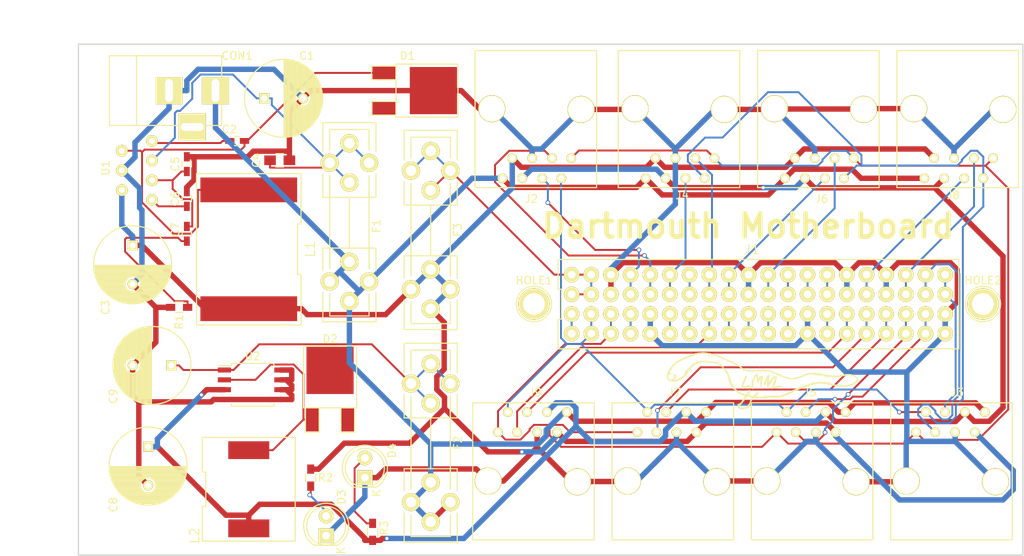
<source format=kicad_pcb>
(kicad_pcb (version 4) (host pcbnew 4.0.1-stable)
  (layers (0 F.Cu signal) (31 B.Cu signal) (34 B.Paste user) (35 F.Paste user) (36 B.SilkS user) (37 F.SilkS user) (38 B.Mask user) (39 F.Mask user) (44 Edge.Cuts user))
  (net 0 "")
  (net 1 +12V)
  (net 2 Earth)
  (net 3 "Net-(C2-Pad1)")
  (net 4 "Net-(C2-Pad2)")
  (net 5 +5V)
  (net 6 "Net-(C5-Pad1)")
  (net 7 "Net-(C6-Pad1)")
  (net 8 "Net-(C7-Pad2)")
  (net 9 +3V3)
  (net 10 "Net-(D2-Pad1)")
  (net 11 "Net-(D3-Pad2)")
  (net 12 "Net-(D4-Pad2)")
  (net 13 /5VPi)
  (net 14 /GPIO26)
  (net 15 /SDA)
  (net 16 /SCL)
  (net 17 /GPIO04)
  (net 18 /GPIO14)
  (net 19 /GPIO15)
  (net 20 /GPIO17)
  (net 21 /GPIO18)
  (net 22 /GPIO27)
  (net 23 "Net-(J1-Pad14)")
  (net 24 /GPIO22)
  (net 25 /GPIO23)
  (net 26 "Net-(J1-Pad17)")
  (net 27 /GPIO24)
  (net 28 /SPI_MOSI)
  (net 29 /SPI_MISO)
  (net 30 /GPIO25)
  (net 31 /SPI_CLK)
  (net 32 /GPIO08)
  (net 33 /GPIO07)
  (net 34 "Net-(J1-Pad27)")
  (net 35 "Net-(J1-Pad28)")
  (net 36 /GPIO05)
  (net 37 /GPIO06)
  (net 38 /GPIO12)
  (net 39 /GPIO13)
  (net 40 /GPIO19)
  (net 41 /GPIO16)
  (net 42 /GPIO20)
  (net 43 /GPIO21)
  (net 44 "Net-(D2-Pad2)")
  (net 45 "Net-(CON1-Pad3)")
  (net 46 /12-5Fuse)
  (net 47 /12-3v3Fused)
  (net 48 "Net-(J1-Pad1)")
  (module Raspi_Header (layer F.Cu) (at 92.5 65 90)
    (fp_text reference J1 (at 12.93 25.07 180) (layer F.SilkS) (effects (font (size 1.2 1.2))))
    (fp_text value RPi_GPIO)
    (pad 2 thru_hole circle (at 9.652 1.778) (size 2 2) (drill 1) (layers *.Cu *.Mask F.SilkS) (net 13 /5VPi))
    (pad 39 thru_hole circle (at 2.032 50.038) (size 2 2) (drill 1) (layers *.Cu *.Mask F.SilkS) (net 2 Earth))
    (pad 37 thru_hole circle (at 2.032 47.498) (size 2 2) (drill 1) (layers *.Cu *.Mask F.SilkS) (net 14 /GPIO26))
    (pad 1 thru_hole circle (at 2.032 1.778) (size 2 2) (drill 1) (layers *.Cu *.Mask F.SilkS) (net 48 "Net-(J1-Pad1)"))
    (pad 1 thru_hole circle (at 4.572 1.778) (size 2 2) (drill 1) (layers *.Cu *.Mask F.SilkS) (net 48 "Net-(J1-Pad1)"))
    (pad 2 thru_hole circle (at 7.112 1.778) (size 2 2) (drill 1) (layers *.Cu *.Mask F.SilkS) (net 13 /5VPi))
    (pad 3 thru_hole circle (at 4.572 4.318) (size 2 2) (drill 1) (layers *.Cu *.Mask F.SilkS) (net 15 /SDA))
    (pad 4 thru_hole circle (at 7.112 4.318) (size 2 2) (drill 1) (layers *.Cu *.Mask F.SilkS) (net 13 /5VPi))
    (pad 5 thru_hole circle (at 4.572 6.858) (size 2 2) (drill 1) (layers *.Cu *.Mask F.SilkS) (net 16 /SCL))
    (pad 6 thru_hole circle (at 7.112 6.858) (size 2 2) (drill 1) (layers *.Cu *.Mask F.SilkS) (net 2 Earth))
    (pad 7 thru_hole circle (at 4.572 9.398) (size 2 2) (drill 1) (layers *.Cu *.Mask F.SilkS) (net 17 /GPIO04))
    (pad 8 thru_hole circle (at 7.112 9.398) (size 2 2) (drill 1) (layers *.Cu *.Mask F.SilkS) (net 18 /GPIO14))
    (pad 9 thru_hole circle (at 4.572 11.938) (size 2 2) (drill 1) (layers *.Cu *.Mask F.SilkS) (net 2 Earth))
    (pad 10 thru_hole circle (at 7.112 11.938) (size 2 2) (drill 1) (layers *.Cu *.Mask F.SilkS) (net 19 /GPIO15))
    (pad 11 thru_hole circle (at 4.572 14.478) (size 2 2) (drill 1) (layers *.Cu *.Mask F.SilkS) (net 20 /GPIO17))
    (pad 12 thru_hole circle (at 7.112 14.478) (size 2 2) (drill 1) (layers *.Cu *.Mask F.SilkS) (net 21 /GPIO18))
    (pad 13 thru_hole circle (at 4.572 17.018) (size 2 2) (drill 1) (layers *.Cu *.Mask F.SilkS) (net 22 /GPIO27))
    (pad 14 thru_hole circle (at 7.112 17.018) (size 2 2) (drill 1) (layers *.Cu *.Mask F.SilkS) (net 23 "Net-(J1-Pad14)"))
    (pad 15 thru_hole circle (at 4.572 19.558) (size 2 2) (drill 1) (layers *.Cu *.Mask F.SilkS) (net 24 /GPIO22))
    (pad 16 thru_hole circle (at 7.112 19.558) (size 2 2) (drill 1) (layers *.Cu *.Mask F.SilkS) (net 25 /GPIO23))
    (pad 17 thru_hole circle (at 4.572 22.098) (size 2 2) (drill 1) (layers *.Cu *.Mask F.SilkS) (net 26 "Net-(J1-Pad17)"))
    (pad 18 thru_hole circle (at 7.112 22.098) (size 2 2) (drill 1) (layers *.Cu *.Mask F.SilkS) (net 27 /GPIO24))
    (pad 19 thru_hole circle (at 4.572 24.638) (size 2 2) (drill 1) (layers *.Cu *.Mask F.SilkS) (net 28 /SPI_MOSI))
    (pad 20 thru_hole circle (at 7.112 24.638) (size 2 2) (drill 1) (layers *.Cu *.Mask F.SilkS) (net 2 Earth))
    (pad 21 thru_hole circle (at 4.572 27.178) (size 2 2) (drill 1) (layers *.Cu *.Mask F.SilkS) (net 29 /SPI_MISO))
    (pad 22 thru_hole circle (at 7.112 27.178) (size 2 2) (drill 1) (layers *.Cu *.Mask F.SilkS) (net 30 /GPIO25))
    (pad 23 thru_hole circle (at 4.572 29.718) (size 2 2) (drill 1) (layers *.Cu *.Mask F.SilkS) (net 31 /SPI_CLK))
    (pad 24 thru_hole circle (at 7.112 29.718) (size 2 2) (drill 1) (layers *.Cu *.Mask F.SilkS) (net 32 /GPIO08))
    (pad 25 thru_hole circle (at 4.572 32.258) (size 2 2) (drill 1) (layers *.Cu *.Mask F.SilkS) (net 2 Earth))
    (pad 26 thru_hole circle (at 7.112 32.258) (size 2 2) (drill 1) (layers *.Cu *.Mask F.SilkS) (net 33 /GPIO07))
    (pad 27 thru_hole circle (at 4.572 34.798) (size 2 2) (drill 1) (layers *.Cu *.Mask F.SilkS) (net 34 "Net-(J1-Pad27)"))
    (pad 28 thru_hole circle (at 7.112 34.798) (size 2 2) (drill 1) (layers *.Cu *.Mask F.SilkS) (net 35 "Net-(J1-Pad28)"))
    (pad 29 thru_hole circle (at 4.572 37.338) (size 2 2) (drill 1) (layers *.Cu *.Mask F.SilkS) (net 36 /GPIO05))
    (pad 30 thru_hole circle (at 7.112 37.338) (size 2 2) (drill 1) (layers *.Cu *.Mask F.SilkS) (net 2 Earth))
    (pad 31 thru_hole circle (at 4.572 39.878) (size 2 2) (drill 1) (layers *.Cu *.Mask F.SilkS) (net 37 /GPIO06))
    (pad 32 thru_hole circle (at 7.112 39.878) (size 2 2) (drill 1) (layers *.Cu *.Mask F.SilkS) (net 38 /GPIO12))
    (pad 33 thru_hole circle (at 4.572 42.418) (size 2 2) (drill 1) (layers *.Cu *.Mask F.SilkS) (net 39 /GPIO13))
    (pad 34 thru_hole circle (at 7.112 42.418) (size 2 2) (drill 1) (layers *.Cu *.Mask F.SilkS) (net 2 Earth))
    (pad 35 thru_hole circle (at 4.572 44.958) (size 2 2) (drill 1) (layers *.Cu *.Mask F.SilkS) (net 40 /GPIO19))
    (pad 36 thru_hole circle (at 7.112 44.958) (size 2 2) (drill 1) (layers *.Cu *.Mask F.SilkS) (net 41 /GPIO16))
    (pad 37 thru_hole circle (at 4.572 47.498) (size 2 2) (drill 1) (layers *.Cu *.Mask F.SilkS) (net 14 /GPIO26))
    (pad 38 thru_hole circle (at 7.112 47.498) (size 2 2) (drill 1) (layers *.Cu *.Mask F.SilkS) (net 42 /GPIO20))
    (pad 39 thru_hole circle (at 4.572 50.038) (size 2 2) (drill 1) (layers *.Cu *.Mask F.SilkS) (net 2 Earth))
    (pad 40 thru_hole circle (at 7.112 50.038) (size 2 2) (drill 1) (layers *.Cu *.Mask F.SilkS) (net 43 /GPIO21))
    (pad 3 thru_hole circle (at 2.032 4.318) (size 2 2) (drill 1) (layers *.Cu *.Mask F.SilkS) (net 15 /SDA))
    (pad 5 thru_hole circle (at 2.032 6.858) (size 2 2) (drill 1) (layers *.Cu *.Mask F.SilkS) (net 16 /SCL))
    (pad 7 thru_hole circle (at 2.032 9.398) (size 2 2) (drill 1) (layers *.Cu *.Mask F.SilkS) (net 17 /GPIO04))
    (pad 9 thru_hole circle (at 2.032 11.938) (size 2 2) (drill 1) (layers *.Cu *.Mask F.SilkS) (net 2 Earth))
    (pad 11 thru_hole circle (at 2.032 14.478) (size 2 2) (drill 1) (layers *.Cu *.Mask F.SilkS) (net 20 /GPIO17))
    (pad 13 thru_hole circle (at 2.032 17.018) (size 2 2) (drill 1) (layers *.Cu *.Mask F.SilkS) (net 22 /GPIO27))
    (pad 15 thru_hole circle (at 2.032 19.558) (size 2 2) (drill 1) (layers *.Cu *.Mask F.SilkS) (net 24 /GPIO22))
    (pad 17 thru_hole circle (at 2.032 22.098) (size 2 2) (drill 1) (layers *.Cu *.Mask F.SilkS) (net 26 "Net-(J1-Pad17)"))
    (pad 19 thru_hole circle (at 2.032 24.638) (size 2 2) (drill 1) (layers *.Cu *.Mask F.SilkS) (net 28 /SPI_MOSI))
    (pad 21 thru_hole circle (at 2.032 27.178) (size 2 2) (drill 1) (layers *.Cu *.Mask F.SilkS) (net 29 /SPI_MISO))
    (pad 23 thru_hole circle (at 2.032 29.718) (size 2 2) (drill 1) (layers *.Cu *.Mask F.SilkS) (net 31 /SPI_CLK))
    (pad 25 thru_hole circle (at 2.032 32.258) (size 2 2) (drill 1) (layers *.Cu *.Mask F.SilkS) (net 2 Earth))
    (pad 27 thru_hole circle (at 2.032 34.798) (size 2 2) (drill 1) (layers *.Cu *.Mask F.SilkS) (net 34 "Net-(J1-Pad27)"))
    (pad 29 thru_hole circle (at 2.032 37.338) (size 2 2) (drill 1) (layers *.Cu *.Mask F.SilkS) (net 36 /GPIO05))
    (pad 31 thru_hole circle (at 2.032 39.878) (size 2 2) (drill 1) (layers *.Cu *.Mask F.SilkS) (net 37 /GPIO06))
    (pad 33 thru_hole circle (at 2.032 42.418) (size 2 2) (drill 1) (layers *.Cu *.Mask F.SilkS) (net 39 /GPIO13))
    (pad 35 thru_hole circle (at 2.032 44.958) (size 2 2) (drill 1) (layers *.Cu *.Mask F.SilkS) (net 40 /GPIO19))
    (pad 4 thru_hole circle (at 9.652 4.318) (size 2 2) (drill 1) (layers *.Cu *.Mask F.SilkS) (net 13 /5VPi))
    (pad 6 thru_hole circle (at 9.652 6.858) (size 2 2) (drill 1) (layers *.Cu *.Mask F.SilkS) (net 2 Earth))
    (pad 8 thru_hole circle (at 9.652 9.398) (size 2 2) (drill 1) (layers *.Cu *.Mask F.SilkS) (net 18 /GPIO14))
    (pad 10 thru_hole circle (at 9.652 11.938) (size 2 2) (drill 1) (layers *.Cu *.Mask F.SilkS) (net 19 /GPIO15))
    (pad 12 thru_hole circle (at 9.652 14.478) (size 2 2) (drill 1) (layers *.Cu *.Mask F.SilkS) (net 21 /GPIO18))
    (pad 14 thru_hole circle (at 9.652 17.018) (size 2 2) (drill 1) (layers *.Cu *.Mask F.SilkS) (net 23 "Net-(J1-Pad14)"))
    (pad 16 thru_hole circle (at 9.652 19.558) (size 2 2) (drill 1) (layers *.Cu *.Mask F.SilkS) (net 25 /GPIO23))
    (pad 18 thru_hole circle (at 9.652 22.098) (size 2 2) (drill 1) (layers *.Cu *.Mask F.SilkS) (net 27 /GPIO24))
    (pad 20 thru_hole circle (at 9.652 24.638) (size 2 2) (drill 1) (layers *.Cu *.Mask F.SilkS) (net 2 Earth))
    (pad 22 thru_hole circle (at 9.652 27.178) (size 2 2) (drill 1) (layers *.Cu *.Mask F.SilkS) (net 30 /GPIO25))
    (pad 24 thru_hole circle (at 9.652 29.718) (size 2 2) (drill 1) (layers *.Cu *.Mask F.SilkS) (net 32 /GPIO08))
    (pad 26 thru_hole circle (at 9.652 32.258) (size 2 2) (drill 1) (layers *.Cu *.Mask F.SilkS) (net 33 /GPIO07))
    (pad 28 thru_hole circle (at 9.652 34.798) (size 2 2) (drill 1) (layers *.Cu *.Mask F.SilkS) (net 35 "Net-(J1-Pad28)"))
    (pad 30 thru_hole circle (at 9.652 37.338) (size 2 2) (drill 1) (layers *.Cu *.Mask F.SilkS) (net 2 Earth))
    (pad 32 thru_hole circle (at 9.652 39.878) (size 2 2) (drill 1) (layers *.Cu *.Mask F.SilkS) (net 38 /GPIO12))
    (pad 34 thru_hole circle (at 9.652 42.418) (size 2 2) (drill 1) (layers *.Cu *.Mask F.SilkS) (net 2 Earth))
    (pad 36 thru_hole circle (at 9.652 44.958) (size 2 2) (drill 1) (layers *.Cu *.Mask F.SilkS) (net 41 /GPIO16))
    (pad 38 thru_hole circle (at 9.652 47.498) (size 2 2) (drill 1) (layers *.Cu *.Mask F.SilkS) (net 42 /GPIO20))
    (pad 40 thru_hole circle (at 9.652 50.038) (size 2 2) (drill 1) (layers *.Cu *.Mask F.SilkS) (net 43 /GPIO21))
  )
  (module TO_SOT_Packages_SMD:TO-252-2Lead (layer F.Cu) (at 70.07 31.57 270)
    (fp_text reference D1 (at -4.5 -3 360) (layer F.SilkS))
    (fp_text value STPS1045B-TR)
    (pad 1 smd rect (at -2.286 0 270) (size 1.651 3.048) (layers F.Cu F.Paste F.Mask) (net 4 "Net-(C2-Pad2)"))
    (pad 2 smd rect (at 0 -6.35 270) (size 6.096 6.096) (layers F.Cu F.Paste F.Mask) (net 2 Earth))
    (pad 3 smd rect (at 2.286 0 270) (size 1.651 3.048) (layers F.Cu F.Paste F.Mask))
  )
  (module Libraries:SRP_Series_Ind (layer F.Cu) (at 52.57 52.07 180)
    (fp_text reference L1 (at -7.95 0 270) (layer F.SilkS) (effects (font (size 1.2 1.2))))
    (fp_text value 56uH)
    (pad 2 smd rect (at 0 -7.675 180) (size 12.5 3.2) (layers F.Cu F.Paste F.Mask) (net 5 +5V))
    (pad 1 smd rect (at 0 7.675 180) (size 12.5 3.2) (layers F.Cu F.Paste F.Mask) (net 4 "Net-(C2-Pad2)"))
  )
  (module Capacitors_ThroughHole:C_Radial_D10_L13_P5 (layer F.Cu) (at 54.57 32.57)
    (fp_text reference C1 (at 5.5 -5.5) (layer F.SilkS))
    (fp_text value 2200uF)
    (pad 1 thru_hole rect (at 0 0) (size 1.3 1.3) (drill 0.8) (layers *.Cu *.Mask F.SilkS) (net 46 /12-5Fuse))
    (pad 2 thru_hole circle (at 5 0) (size 1.3 1.3) (drill 0.8) (layers *.Cu *.Mask F.SilkS) (net 2 Earth))
  )
  (module Capacitors_SMD:C_0805_HandSoldering (layer F.Cu) (at 56.57 40.57)
    (fp_text reference C4 (at -3 0 90) (layer F.SilkS))
    (fp_text value 4.7uF)
    (pad 1 smd rect (at -1.25 0) (size 1.5 1.25) (layers F.Cu F.Paste F.Mask) (net 46 /12-5Fuse))
    (pad 2 smd rect (at 1.25 0) (size 1.5 1.25) (layers F.Cu F.Paste F.Mask) (net 2 Earth))
  )
  (module Capacitors_SMD:C_0603_HandSoldering (layer F.Cu) (at 51.07 38.07)
    (fp_text reference C2 (at -1 -1.5) (layer F.SilkS))
    (fp_text value 0.22uF)
    (pad 1 smd rect (at -0.95 0) (size 1.2 0.75) (layers F.Cu F.Paste F.Mask) (net 3 "Net-(C2-Pad1)"))
    (pad 2 smd rect (at 0.95 0) (size 1.2 0.75) (layers F.Cu F.Paste F.Mask) (net 4 "Net-(C2-Pad2)"))
  )
  (module Libraries:TO-220-7 (layer F.Cu) (at 40.07 38.07 270)
    (fp_text reference U1 (at 3.5 6 270) (layer F.SilkS))
    (fp_text value SI-8050Y)
    (pad 6 thru_hole circle (at 6.35 3.9 270) (size 1.524 1.524) (drill 0.762) (layers *.Cu *.Mask F.SilkS) (net 5 +5V))
    (pad 5 thru_hole circle (at 5.08 0 270) (size 1.524 1.524) (drill 0.762) (layers *.Cu *.Mask F.SilkS) (net 6 "Net-(C5-Pad1)"))
    (pad 7 thru_hole circle (at 7.62 0 270) (size 1.524 1.524) (drill 0.762) (layers *.Cu *.Mask F.SilkS) (net 7 "Net-(C6-Pad1)"))
    (pad 4 thru_hole circle (at 3.81 3.9 270) (size 1.524 1.524) (drill 0.762) (layers *.Cu *.Mask F.SilkS) (net 2 Earth))
    (pad 3 thru_hole circle (at 2.54 0 270) (size 1.524 1.524) (drill 0.762) (layers *.Cu *.Mask F.SilkS) (net 46 /12-5Fuse))
    (pad 1 thru_hole circle (at 0 0 270) (size 1.524 1.524) (drill 0.762) (layers *.Cu *.Mask F.SilkS) (net 3 "Net-(C2-Pad1)"))
    (pad 2 thru_hole circle (at 1.27 3.9 270) (size 1.524 1.524) (drill 0.762) (layers *.Cu *.Mask F.SilkS) (net 4 "Net-(C2-Pad2)"))
  )
  (module Capacitors_ThroughHole:C_Radial_D10_L13_P5 (layer F.Cu) (at 37.57 51.57 270)
    (fp_text reference C3 (at 8 3.5 270) (layer F.SilkS))
    (fp_text value 470uF)
    (pad 1 thru_hole rect (at 0 0 270) (size 1.3 1.3) (drill 0.8) (layers *.Cu *.Mask F.SilkS) (net 5 +5V))
    (pad 2 thru_hole circle (at 5 0 270) (size 1.3 1.3) (drill 0.8) (layers *.Cu *.Mask F.SilkS) (net 2 Earth))
  )
  (module Capacitors_SMD:C_0603_HandSoldering (layer F.Cu) (at 44.57 41.07 90)
    (fp_text reference C5 (at 0 -1.5 90) (layer F.SilkS))
    (fp_text value 680pF)
    (pad 1 smd rect (at -0.95 0 90) (size 1.2 0.75) (layers F.Cu F.Paste F.Mask) (net 6 "Net-(C5-Pad1)"))
    (pad 2 smd rect (at 0.95 0 90) (size 1.2 0.75) (layers F.Cu F.Paste F.Mask) (net 2 Earth))
  )
  (module Capacitors_SMD:C_0603_HandSoldering (layer F.Cu) (at 44.57 45.57 90)
    (fp_text reference C6 (at 0 -1.5 90) (layer F.SilkS))
    (fp_text value 0.22uF)
    (pad 1 smd rect (at -0.95 0 90) (size 1.2 0.75) (layers F.Cu F.Paste F.Mask) (net 7 "Net-(C6-Pad1)"))
    (pad 2 smd rect (at 0.95 0 90) (size 1.2 0.75) (layers F.Cu F.Paste F.Mask) (net 2 Earth))
  )
  (module Capacitors_SMD:C_0603_HandSoldering (layer F.Cu) (at 44.57 50.07 270)
    (fp_text reference C7 (at -0.5 1.5 270) (layer F.SilkS))
    (fp_text value 1200pF)
    (pad 1 smd rect (at -0.95 0 270) (size 1.2 0.75) (layers F.Cu F.Paste F.Mask) (net 6 "Net-(C5-Pad1)"))
    (pad 2 smd rect (at 0.95 0 270) (size 1.2 0.75) (layers F.Cu F.Paste F.Mask) (net 8 "Net-(C7-Pad2)"))
  )
  (module Resistors_SMD:R_0603_HandSoldering (layer F.Cu) (at 43.57 59.57 180)
    (fp_text reference R1 (at 0 -1.9 270) (layer F.SilkS))
    (fp_text value 39k)
    (pad 1 smd rect (at -1.1 0 180) (size 1.2 0.9) (layers F.Cu F.Paste F.Mask) (net 8 "Net-(C7-Pad2)"))
    (pad 2 smd rect (at 1.1 0 180) (size 1.2 0.9) (layers F.Cu F.Paste F.Mask) (net 2 Earth))
  )
  (module Capacitors_ThroughHole:C_Radial_D10_L13_P5 (layer F.Cu) (at 42.57 67.07 180)
    (fp_text reference C9 (at 7.5 -4 270) (layer F.SilkS))
    (fp_text value 470u)
    (pad 1 thru_hole rect (at 0 0 180) (size 1.3 1.3) (drill 0.8) (layers *.Cu *.Mask F.SilkS) (net 47 /12-3v3Fused))
    (pad 2 thru_hole circle (at 5 0 180) (size 1.3 1.3) (drill 0.8) (layers *.Cu *.Mask F.SilkS) (net 2 Earth))
  )
  (module Housings_SOIC:SOIJ-8_5.3x5.3mm_Pitch1.27mm (layer F.Cu) (at 53.07 69.57)
    (fp_text reference U2 (at 0 -3.68) (layer F.SilkS))
    (fp_text value AP1509)
    (pad 1 smd rect (at -3.65 -1.905) (size 1.7 0.65) (layers F.Cu F.Paste F.Mask) (net 47 /12-3v3Fused))
    (pad 2 smd rect (at -3.65 -0.635) (size 1.7 0.65) (layers F.Cu F.Paste F.Mask) (net 10 "Net-(D2-Pad1)"))
    (pad 3 smd rect (at -3.65 0.635) (size 1.7 0.65) (layers F.Cu F.Paste F.Mask) (net 9 +3V3))
    (pad 4 smd rect (at -3.65 1.905) (size 1.7 0.65) (layers F.Cu F.Paste F.Mask) (net 2 Earth))
    (pad 5 smd rect (at 3.65 1.905) (size 1.7 0.65) (layers F.Cu F.Paste F.Mask) (net 2 Earth))
    (pad 6 smd rect (at 3.65 0.635) (size 1.7 0.65) (layers F.Cu F.Paste F.Mask) (net 2 Earth))
    (pad 7 smd rect (at 3.65 -0.635) (size 1.7 0.65) (layers F.Cu F.Paste F.Mask) (net 2 Earth))
    (pad 8 smd rect (at 3.65 -1.905) (size 1.7 0.65) (layers F.Cu F.Paste F.Mask) (net 2 Earth))
  )
  (module Capacitors_ThroughHole:C_Radial_D10_L13_P5 (layer F.Cu) (at 39.57 77.57 270)
    (fp_text reference C8 (at 7.5 4.5 270) (layer F.SilkS))
    (fp_text value 470u)
    (pad 1 thru_hole rect (at 0 0 270) (size 1.3 1.3) (drill 0.8) (layers *.Cu *.Mask F.SilkS) (net 9 +3V3))
    (pad 2 thru_hole circle (at 5 0 270) (size 1.3 1.3) (drill 0.8) (layers *.Cu *.Mask F.SilkS) (net 2 Earth))
  )
  (module Libraries:SRR1210A_Series_Ind (layer F.Cu) (at 52.57 83.07)
    (fp_text reference L2 (at -7 6 90) (layer F.SilkS) (effects (font (size 1.2 1.2))))
    (fp_text value 47uH)
    (pad 2 smd rect (at 0 -5.05) (size 5.3 2.3) (layers F.Cu F.Paste F.Mask) (net 10 "Net-(D2-Pad1)"))
    (pad 1 smd rect (at 0 5.05) (size 5.3 2.3) (layers F.Cu F.Paste F.Mask) (net 9 +3V3))
  )
  (module Connect:1pin (layer F.Cu) (at 89.41 59.14)
    (fp_text reference HOLE1 (at 0 -3.048) (layer F.SilkS))
    (fp_text value 1pin)
    (pad "" np_thru_hole circle (at 0 0) (size 4.064 4.064) (drill 2.8) (layers *.Cu *.Mask F.SilkS))
  )
  (module Connect:1pin (layer F.Cu) (at 147.41 59.14)
    (fp_text reference HOLE2 (at 0 -3.048) (layer F.SilkS))
    (fp_text value 1pin)
    (pad "" np_thru_hole circle (at 0 0) (size 4.064 4.064) (drill 2.8) (layers *.Cu *.Mask F.SilkS))
  )
  (module TO_SOT_Packages_SMD:TO-252-2Lead (layer F.Cu) (at 63.07 74.07)
    (fp_text reference D2 (at 0 -10.414) (layer F.SilkS))
    (fp_text value STPS1045B-TR)
    (pad 1 smd rect (at -2.286 0) (size 1.651 3.048) (layers F.Cu F.Paste F.Mask) (net 10 "Net-(D2-Pad1)"))
    (pad 2 smd rect (at 0 -6.35) (size 6.096 6.096) (layers F.Cu F.Paste F.Mask) (net 44 "Net-(D2-Pad2)"))
    (pad 3 smd rect (at 2.286 0) (size 1.651 3.048) (layers F.Cu F.Paste F.Mask))
  )
  (module Libraries:RJ45_Header (layer F.Cu) (at 95.5 34 180)
    (fp_text reference J2 (at 6.43 -11.57 180) (layer F.SilkS))
    (fp_text value RJ45)
    (pad 7 thru_hole circle (at 2.54 -8.9 180) (size 1.25 1.25) (drill 0.76) (layers *.Cu *.Mask F.SilkS) (net 15 /SDA))
    (pad 5 thru_hole circle (at 5.01 -8.9 180) (size 1.25 1.25) (drill 0.76) (layers *.Cu *.Mask F.SilkS) (net 18 /GPIO14))
    (pad 3 thru_hole circle (at 7.59 -8.9 180) (size 1.25 1.25) (drill 0.76) (layers *.Cu *.Mask F.SilkS) (net 9 +3V3))
    (pad 1 thru_hole circle (at 10.16 -8.9 180) (size 1.25 1.25) (drill 0.76) (layers *.Cu *.Mask F.SilkS) (net 1 +12V))
    (pad 2 thru_hole circle (at 8.89 -6.3 180) (size 1.25 1.25) (drill 0.76) (layers *.Cu *.Mask F.SilkS) (net 5 +5V))
    (pad 4 thru_hole circle (at 6.32 -6.3 180) (size 1.25 1.25) (drill 0.76) (layers *.Cu *.Mask F.SilkS) (net 2 Earth))
    (pad 6 thru_hole circle (at 3.74 -6.3 180) (size 1.25 1.25) (drill 0.76) (layers *.Cu *.Mask F.SilkS) (net 19 /GPIO15))
    (pad 9 thru_hole circle (at 11.53 0.1 180) (size 3.5 3.5) (drill 3.2) (layers *.Cu *.Mask F.SilkS) (net 2 Earth))
    (pad 9 thru_hole circle (at 0 0 180) (size 3.5 3.5) (drill 3.2) (layers *.Cu *.Mask F.SilkS) (net 2 Earth))
    (pad 8 thru_hole circle (at 1.27 -6.3 180) (size 1.25 1.25) (drill 0.76) (layers *.Cu *.Mask F.SilkS) (net 16 /SCL))
  )
  (module Libraries:RJ45_Header (layer F.Cu) (at 137.5 82)
    (fp_text reference J3 (at 6.57 -11.43) (layer F.SilkS))
    (fp_text value RJ45)
    (pad 7 thru_hole circle (at 2.54 -8.9) (size 1.25 1.25) (drill 0.76) (layers *.Cu *.Mask F.SilkS) (net 15 /SDA))
    (pad 5 thru_hole circle (at 5.01 -8.9) (size 1.25 1.25) (drill 0.76) (layers *.Cu *.Mask F.SilkS) (net 43 /GPIO21))
    (pad 3 thru_hole circle (at 7.59 -8.9) (size 1.25 1.25) (drill 0.76) (layers *.Cu *.Mask F.SilkS) (net 9 +3V3))
    (pad 1 thru_hole circle (at 10.16 -8.9) (size 1.25 1.25) (drill 0.76) (layers *.Cu *.Mask F.SilkS) (net 1 +12V))
    (pad 2 thru_hole circle (at 8.89 -6.3) (size 1.25 1.25) (drill 0.76) (layers *.Cu *.Mask F.SilkS) (net 5 +5V))
    (pad 4 thru_hole circle (at 6.32 -6.3) (size 1.25 1.25) (drill 0.76) (layers *.Cu *.Mask F.SilkS) (net 2 Earth))
    (pad 6 thru_hole circle (at 3.74 -6.3) (size 1.25 1.25) (drill 0.76) (layers *.Cu *.Mask F.SilkS) (net 42 /GPIO20))
    (pad 9 thru_hole circle (at 11.53 0.1) (size 3.5 3.5) (drill 3.2) (layers *.Cu *.Mask F.SilkS) (net 2 Earth))
    (pad 9 thru_hole circle (at 0 0) (size 3.5 3.5) (drill 3.2) (layers *.Cu *.Mask F.SilkS) (net 2 Earth))
    (pad 8 thru_hole circle (at 1.27 -6.3) (size 1.25 1.25) (drill 0.76) (layers *.Cu *.Mask F.SilkS) (net 16 /SCL))
  )
  (module Libraries:RJ45_Header (layer F.Cu) (at 114 34 180)
    (fp_text reference J4 (at 5.43 -11.07 180) (layer F.SilkS))
    (fp_text value RJ45)
    (pad 7 thru_hole circle (at 2.54 -8.9 180) (size 1.25 1.25) (drill 0.76) (layers *.Cu *.Mask F.SilkS) (net 15 /SDA))
    (pad 5 thru_hole circle (at 5.01 -8.9 180) (size 1.25 1.25) (drill 0.76) (layers *.Cu *.Mask F.SilkS) (net 21 /GPIO18))
    (pad 3 thru_hole circle (at 7.59 -8.9 180) (size 1.25 1.25) (drill 0.76) (layers *.Cu *.Mask F.SilkS) (net 9 +3V3))
    (pad 1 thru_hole circle (at 10.16 -8.9 180) (size 1.25 1.25) (drill 0.76) (layers *.Cu *.Mask F.SilkS) (net 1 +12V))
    (pad 2 thru_hole circle (at 8.89 -6.3 180) (size 1.25 1.25) (drill 0.76) (layers *.Cu *.Mask F.SilkS) (net 5 +5V))
    (pad 4 thru_hole circle (at 6.32 -6.3 180) (size 1.25 1.25) (drill 0.76) (layers *.Cu *.Mask F.SilkS) (net 2 Earth))
    (pad 6 thru_hole circle (at 3.74 -6.3 180) (size 1.25 1.25) (drill 0.76) (layers *.Cu *.Mask F.SilkS) (net 25 /GPIO23))
    (pad 9 thru_hole circle (at 11.53 0.1 180) (size 3.5 3.5) (drill 3.2) (layers *.Cu *.Mask F.SilkS) (net 2 Earth))
    (pad 9 thru_hole circle (at 0 0 180) (size 3.5 3.5) (drill 3.2) (layers *.Cu *.Mask F.SilkS) (net 2 Earth))
    (pad 8 thru_hole circle (at 1.27 -6.3 180) (size 1.25 1.25) (drill 0.76) (layers *.Cu *.Mask F.SilkS) (net 16 /SCL))
  )
  (module Libraries:RJ45_Header (layer F.Cu) (at 119.5 82)
    (fp_text reference J5 (at 5.57 -11.43) (layer F.SilkS))
    (fp_text value RJ45)
    (pad 7 thru_hole circle (at 2.54 -8.9) (size 1.25 1.25) (drill 0.76) (layers *.Cu *.Mask F.SilkS) (net 15 /SDA))
    (pad 5 thru_hole circle (at 5.01 -8.9) (size 1.25 1.25) (drill 0.76) (layers *.Cu *.Mask F.SilkS) (net 14 /GPIO26))
    (pad 3 thru_hole circle (at 7.59 -8.9) (size 1.25 1.25) (drill 0.76) (layers *.Cu *.Mask F.SilkS) (net 9 +3V3))
    (pad 1 thru_hole circle (at 10.16 -8.9) (size 1.25 1.25) (drill 0.76) (layers *.Cu *.Mask F.SilkS) (net 1 +12V))
    (pad 2 thru_hole circle (at 8.89 -6.3) (size 1.25 1.25) (drill 0.76) (layers *.Cu *.Mask F.SilkS) (net 5 +5V))
    (pad 4 thru_hole circle (at 6.32 -6.3) (size 1.25 1.25) (drill 0.76) (layers *.Cu *.Mask F.SilkS) (net 2 Earth))
    (pad 6 thru_hole circle (at 3.74 -6.3) (size 1.25 1.25) (drill 0.76) (layers *.Cu *.Mask F.SilkS) (net 40 /GPIO19))
    (pad 9 thru_hole circle (at 11.53 0.1) (size 3.5 3.5) (drill 3.2) (layers *.Cu *.Mask F.SilkS) (net 2 Earth))
    (pad 9 thru_hole circle (at 0 0) (size 3.5 3.5) (drill 3.2) (layers *.Cu *.Mask F.SilkS) (net 2 Earth))
    (pad 8 thru_hole circle (at 1.27 -6.3) (size 1.25 1.25) (drill 0.76) (layers *.Cu *.Mask F.SilkS) (net 16 /SCL))
  )
  (module Libraries:RJ45_Header (layer F.Cu) (at 132 34 180)
    (fp_text reference J6 (at 5.43 -11.57 180) (layer F.SilkS))
    (fp_text value RJ45)
    (pad 7 thru_hole circle (at 2.54 -8.9 180) (size 1.25 1.25) (drill 0.76) (layers *.Cu *.Mask F.SilkS) (net 15 /SDA))
    (pad 5 thru_hole circle (at 5.01 -8.9 180) (size 1.25 1.25) (drill 0.76) (layers *.Cu *.Mask F.SilkS) (net 27 /GPIO24))
    (pad 3 thru_hole circle (at 7.59 -8.9 180) (size 1.25 1.25) (drill 0.76) (layers *.Cu *.Mask F.SilkS) (net 9 +3V3))
    (pad 1 thru_hole circle (at 10.16 -8.9 180) (size 1.25 1.25) (drill 0.76) (layers *.Cu *.Mask F.SilkS) (net 1 +12V))
    (pad 2 thru_hole circle (at 8.89 -6.3 180) (size 1.25 1.25) (drill 0.76) (layers *.Cu *.Mask F.SilkS) (net 5 +5V))
    (pad 4 thru_hole circle (at 6.32 -6.3 180) (size 1.25 1.25) (drill 0.76) (layers *.Cu *.Mask F.SilkS) (net 2 Earth))
    (pad 6 thru_hole circle (at 3.74 -6.3 180) (size 1.25 1.25) (drill 0.76) (layers *.Cu *.Mask F.SilkS) (net 30 /GPIO25))
    (pad 9 thru_hole circle (at 11.53 0.1 180) (size 3.5 3.5) (drill 3.2) (layers *.Cu *.Mask F.SilkS) (net 2 Earth))
    (pad 9 thru_hole circle (at 0 0 180) (size 3.5 3.5) (drill 3.2) (layers *.Cu *.Mask F.SilkS) (net 2 Earth))
    (pad 8 thru_hole circle (at 1.27 -6.3 180) (size 1.25 1.25) (drill 0.76) (layers *.Cu *.Mask F.SilkS) (net 16 /SCL))
  )
  (module Libraries:RJ45_Header (layer F.Cu) (at 101.5 82)
    (fp_text reference J7 (at 6.07 -11.43) (layer F.SilkS))
    (fp_text value RJ45)
    (pad 7 thru_hole circle (at 2.54 -8.9) (size 1.25 1.25) (drill 0.76) (layers *.Cu *.Mask F.SilkS) (net 15 /SDA))
    (pad 5 thru_hole circle (at 5.01 -8.9) (size 1.25 1.25) (drill 0.76) (layers *.Cu *.Mask F.SilkS) (net 39 /GPIO13))
    (pad 3 thru_hole circle (at 7.59 -8.9) (size 1.25 1.25) (drill 0.76) (layers *.Cu *.Mask F.SilkS) (net 9 +3V3))
    (pad 1 thru_hole circle (at 10.16 -8.9) (size 1.25 1.25) (drill 0.76) (layers *.Cu *.Mask F.SilkS) (net 1 +12V))
    (pad 2 thru_hole circle (at 8.89 -6.3) (size 1.25 1.25) (drill 0.76) (layers *.Cu *.Mask F.SilkS) (net 5 +5V))
    (pad 4 thru_hole circle (at 6.32 -6.3) (size 1.25 1.25) (drill 0.76) (layers *.Cu *.Mask F.SilkS) (net 2 Earth))
    (pad 6 thru_hole circle (at 3.74 -6.3) (size 1.25 1.25) (drill 0.76) (layers *.Cu *.Mask F.SilkS) (net 37 /GPIO06))
    (pad 9 thru_hole circle (at 11.53 0.1) (size 3.5 3.5) (drill 3.2) (layers *.Cu *.Mask F.SilkS) (net 2 Earth))
    (pad 9 thru_hole circle (at 0 0) (size 3.5 3.5) (drill 3.2) (layers *.Cu *.Mask F.SilkS) (net 2 Earth))
    (pad 8 thru_hole circle (at 1.27 -6.3) (size 1.25 1.25) (drill 0.76) (layers *.Cu *.Mask F.SilkS) (net 16 /SCL))
  )
  (module Libraries:RJ45_Header (layer F.Cu) (at 150 34 180)
    (fp_text reference J8 (at 6.43 -11.07 180) (layer F.SilkS))
    (fp_text value RJ45)
    (pad 7 thru_hole circle (at 2.54 -8.9 180) (size 1.25 1.25) (drill 0.76) (layers *.Cu *.Mask F.SilkS) (net 15 /SDA))
    (pad 5 thru_hole circle (at 5.01 -8.9 180) (size 1.25 1.25) (drill 0.76) (layers *.Cu *.Mask F.SilkS) (net 38 /GPIO12))
    (pad 3 thru_hole circle (at 7.59 -8.9 180) (size 1.25 1.25) (drill 0.76) (layers *.Cu *.Mask F.SilkS) (net 9 +3V3))
    (pad 1 thru_hole circle (at 10.16 -8.9 180) (size 1.25 1.25) (drill 0.76) (layers *.Cu *.Mask F.SilkS) (net 1 +12V))
    (pad 2 thru_hole circle (at 8.89 -6.3 180) (size 1.25 1.25) (drill 0.76) (layers *.Cu *.Mask F.SilkS) (net 5 +5V))
    (pad 4 thru_hole circle (at 6.32 -6.3 180) (size 1.25 1.25) (drill 0.76) (layers *.Cu *.Mask F.SilkS) (net 2 Earth))
    (pad 6 thru_hole circle (at 3.74 -6.3 180) (size 1.25 1.25) (drill 0.76) (layers *.Cu *.Mask F.SilkS) (net 41 /GPIO16))
    (pad 9 thru_hole circle (at 11.53 0.1 180) (size 3.5 3.5) (drill 3.2) (layers *.Cu *.Mask F.SilkS) (net 2 Earth))
    (pad 9 thru_hole circle (at 0 0 180) (size 3.5 3.5) (drill 3.2) (layers *.Cu *.Mask F.SilkS) (net 2 Earth))
    (pad 8 thru_hole circle (at 1.27 -6.3 180) (size 1.25 1.25) (drill 0.76) (layers *.Cu *.Mask F.SilkS) (net 16 /SCL))
  )
  (module Libraries:RJ45_Header (layer F.Cu) (at 83.5 82)
    (fp_text reference J9 (at 6.07 -11.43) (layer F.SilkS))
    (fp_text value RJ45)
    (pad 7 thru_hole circle (at 2.54 -8.9) (size 1.25 1.25) (drill 0.76) (layers *.Cu *.Mask F.SilkS) (net 15 /SDA))
    (pad 5 thru_hole circle (at 5.01 -8.9) (size 1.25 1.25) (drill 0.76) (layers *.Cu *.Mask F.SilkS) (net 36 /GPIO05))
    (pad 3 thru_hole circle (at 7.59 -8.9) (size 1.25 1.25) (drill 0.76) (layers *.Cu *.Mask F.SilkS) (net 9 +3V3))
    (pad 1 thru_hole circle (at 10.16 -8.9) (size 1.25 1.25) (drill 0.76) (layers *.Cu *.Mask F.SilkS) (net 1 +12V))
    (pad 2 thru_hole circle (at 8.89 -6.3) (size 1.25 1.25) (drill 0.76) (layers *.Cu *.Mask F.SilkS) (net 5 +5V))
    (pad 4 thru_hole circle (at 6.32 -6.3) (size 1.25 1.25) (drill 0.76) (layers *.Cu *.Mask F.SilkS) (net 2 Earth))
    (pad 6 thru_hole circle (at 3.74 -6.3) (size 1.25 1.25) (drill 0.76) (layers *.Cu *.Mask F.SilkS) (net 24 /GPIO22))
    (pad 9 thru_hole circle (at 11.53 0.1) (size 3.5 3.5) (drill 3.2) (layers *.Cu *.Mask F.SilkS) (net 2 Earth))
    (pad 9 thru_hole circle (at 0 0) (size 3.5 3.5) (drill 3.2) (layers *.Cu *.Mask F.SilkS) (net 2 Earth))
    (pad 8 thru_hole circle (at 1.27 -6.3) (size 1.25 1.25) (drill 0.76) (layers *.Cu *.Mask F.SilkS) (net 16 /SCL))
  )
  (module Connect:BARREL_JACK (layer F.Cu) (at 42.07 31.57)
    (fp_text reference CON1 (at 9 -4.5 180) (layer F.SilkS))
    (fp_text value BARREL_JACK)
    (pad 1 thru_hole rect (at 6.20014 0) (size 3.50012 3.50012) (drill oval 1.00076 2.99974) (layers *.Cu *.Mask F.SilkS) (net 1 +12V))
    (pad 2 thru_hole rect (at 0.20066 0) (size 3.50012 3.50012) (drill oval 1.00076 2.99974) (layers *.Cu *.Mask F.SilkS) (net 2 Earth))
    (pad 3 thru_hole rect (at 3.2004 4.699) (size 3.50012 3.50012) (drill oval 2.99974 1.00076) (layers *.Cu *.Mask F.SilkS) (net 45 "Net-(CON1-Pad3)"))
  )
  (module LEDs:LED-5MM (layer F.Cu) (at 62.57 89.07 90)
    (fp_text reference D3 (at 5 2 90) (layer F.SilkS))
    (fp_text value LED)
    (fp_text user K (at -1.905 1.905 90) (layer F.SilkS))
    (pad 1 thru_hole rect (at 0 0 180) (size 2 1.9) (drill 1.00076) (layers *.Cu *.Mask F.SilkS) (net 2 Earth))
    (pad 2 thru_hole circle (at 2.54 0 90) (size 1.9 1.9) (drill 1.00076) (layers *.Cu *.Mask F.SilkS) (net 11 "Net-(D3-Pad2)"))
  )
  (module LEDs:LED-5MM (layer F.Cu) (at 67.57 81.57 90)
    (fp_text reference D4 (at 3.5 3.5 90) (layer F.SilkS))
    (fp_text value LED)
    (fp_text user K (at -2 1.5 90) (layer F.SilkS))
    (pad 1 thru_hole rect (at 0 0 180) (size 2 1.9) (drill 1.00076) (layers *.Cu *.Mask F.SilkS) (net 2 Earth))
    (pad 2 thru_hole circle (at 2.54 0 90) (size 1.9 1.9) (drill 1.00076) (layers *.Cu *.Mask F.SilkS) (net 12 "Net-(D4-Pad2)"))
  )
  (module Fuse_Holders_and_Fuses:Fuseholder5x20_horiz_open_universal_Type-III (layer F.Cu) (at 65.57 48.57 90)
    (fp_text reference F1 (at -0.5 3.5 90) (layer F.SilkS))
    (fp_text value FUSE)
    (pad 2 thru_hole circle (at 5.12064 0 90) (size 2.3495 2.3495) (drill 1.34874) (layers *.Cu *.Mask F.SilkS) (net 46 /12-5Fuse))
    (pad 2 thru_hole circle (at 10.20064 0 90) (size 2.3495 2.3495) (drill 1.34874) (layers *.Cu *.Mask F.SilkS) (net 46 /12-5Fuse))
    (pad 1 thru_hole circle (at -5.1181 0 90) (size 2.3495 2.3495) (drill 1.34874) (layers *.Cu *.Mask F.SilkS) (net 1 +12V))
    (pad 1 thru_hole circle (at -10.1981 0 90) (size 2.3495 2.3495) (drill 1.34874) (layers *.Cu *.Mask F.SilkS) (net 1 +12V))
    (pad 2 thru_hole circle (at 7.66064 -2.54 90) (size 2.3495 2.3495) (drill 1.34874) (layers *.Cu *.Mask F.SilkS) (net 46 /12-5Fuse))
    (pad 2 thru_hole circle (at 7.66064 2.54 90) (size 2.3495 2.3495) (drill 1.34874) (layers *.Cu *.Mask F.SilkS) (net 46 /12-5Fuse))
    (pad 1 thru_hole circle (at -7.6581 -2.54 90) (size 2.3495 2.3495) (drill 1.34874) (layers *.Cu *.Mask F.SilkS) (net 1 +12V))
    (pad 1 thru_hole circle (at -7.6581 2.54 90) (size 2.3495 2.3495) (drill 1.34874) (layers *.Cu *.Mask F.SilkS) (net 1 +12V))
  )
  (module Fuse_Holders_and_Fuses:Fuseholder5x20_horiz_open_universal_Type-III (layer F.Cu) (at 76.07 77.07 90)
    (fp_text reference F2 (at 0 3.5 90) (layer F.SilkS))
    (fp_text value FUSE)
    (pad 2 thru_hole circle (at 5.12064 0 90) (size 2.3495 2.3495) (drill 1.34874) (layers *.Cu *.Mask F.SilkS) (net 47 /12-3v3Fused))
    (pad 2 thru_hole circle (at 10.20064 0 90) (size 2.3495 2.3495) (drill 1.34874) (layers *.Cu *.Mask F.SilkS) (net 47 /12-3v3Fused))
    (pad 1 thru_hole circle (at -5.1181 0 90) (size 2.3495 2.3495) (drill 1.34874) (layers *.Cu *.Mask F.SilkS) (net 1 +12V))
    (pad 1 thru_hole circle (at -10.1981 0 90) (size 2.3495 2.3495) (drill 1.34874) (layers *.Cu *.Mask F.SilkS) (net 1 +12V))
    (pad 2 thru_hole circle (at 7.66064 -2.54 90) (size 2.3495 2.3495) (drill 1.34874) (layers *.Cu *.Mask F.SilkS) (net 47 /12-3v3Fused))
    (pad 2 thru_hole circle (at 7.66064 2.54 90) (size 2.3495 2.3495) (drill 1.34874) (layers *.Cu *.Mask F.SilkS) (net 47 /12-3v3Fused))
    (pad 1 thru_hole circle (at -7.6581 -2.54 90) (size 2.3495 2.3495) (drill 1.34874) (layers *.Cu *.Mask F.SilkS) (net 1 +12V))
    (pad 1 thru_hole circle (at -7.6581 2.54 90) (size 2.3495 2.3495) (drill 1.34874) (layers *.Cu *.Mask F.SilkS) (net 1 +12V))
  )
  (module Resistors_SMD:R_0603_HandSoldering (layer F.Cu) (at 60.57 81.57 270)
    (fp_text reference R2 (at 0 -1.9 360) (layer F.SilkS))
    (fp_text value 220)
    (pad 1 smd rect (at -1.1 0 270) (size 1.2 0.9) (layers F.Cu F.Paste F.Mask) (net 5 +5V))
    (pad 2 smd rect (at 1.1 0 270) (size 1.2 0.9) (layers F.Cu F.Paste F.Mask) (net 11 "Net-(D3-Pad2)"))
  )
  (module Resistors_SMD:R_0603_HandSoldering (layer F.Cu) (at 68.57 88.57 90)
    (fp_text reference R3 (at 0.5 1.5 90) (layer F.SilkS))
    (fp_text value 33)
    (pad 1 smd rect (at -1.1 0 90) (size 1.2 0.9) (layers F.Cu F.Paste F.Mask) (net 9 +3V3))
    (pad 2 smd rect (at 1.1 0 90) (size 1.2 0.9) (layers F.Cu F.Paste F.Mask) (net 12 "Net-(D4-Pad2)"))
  )
  (module Fuse_Holders_and_Fuses:Fuseholder5x20_horiz_open_universal_Type-III (layer F.Cu) (at 76.07 49.57 90)
    (fp_text reference F3 (at 0 3.5 90) (layer F.SilkS))
    (fp_text value FUSE)
    (pad 2 thru_hole circle (at 5.12064 0 90) (size 2.3495 2.3495) (drill 1.34874) (layers *.Cu *.Mask F.SilkS) (net 13 /5VPi))
    (pad 2 thru_hole circle (at 10.20064 0 90) (size 2.3495 2.3495) (drill 1.34874) (layers *.Cu *.Mask F.SilkS) (net 13 /5VPi))
    (pad 1 thru_hole circle (at -5.1181 0 90) (size 2.3495 2.3495) (drill 1.34874) (layers *.Cu *.Mask F.SilkS) (net 5 +5V))
    (pad 1 thru_hole circle (at -10.1981 0 90) (size 2.3495 2.3495) (drill 1.34874) (layers *.Cu *.Mask F.SilkS) (net 5 +5V))
    (pad 2 thru_hole circle (at 7.66064 -2.54 90) (size 2.3495 2.3495) (drill 1.34874) (layers *.Cu *.Mask F.SilkS) (net 13 /5VPi))
    (pad 2 thru_hole circle (at 7.66064 2.54 90) (size 2.3495 2.3495) (drill 1.34874) (layers *.Cu *.Mask F.SilkS) (net 13 /5VPi))
    (pad 1 thru_hole circle (at -7.6581 -2.54 90) (size 2.3495 2.3495) (drill 1.34874) (layers *.Cu *.Mask F.SilkS) (net 5 +5V))
    (pad 1 thru_hole circle (at -7.6581 2.54 90) (size 2.3495 2.3495) (drill 1.34874) (layers *.Cu *.Mask F.SilkS) (net 5 +5V))
  )
  (module Dunno:GrandyHype_25mm (layer F.Cu) (at 106.57 65.07)
    (fp_text reference LOGO hide)
    (fp_text value "" (at 0 0) (layer F.SilkS))
  )
  (gr_line (start 152.57 25.57) (end 30.57 25.57) (angle 90) (layer Edge.Cuts) (width 0.15))
  (gr_line (start 152.57 91.57) (end 152.57 25.57) (angle 90) (layer Edge.Cuts) (width 0.15))
  (gr_line (start 30.57 91.57) (end 152.57 91.57) (angle 90) (layer Edge.Cuts) (width 0.15))
  (gr_line (start 30.57 25.57) (end 30.57 91.57) (angle 90) (layer Edge.Cuts) (width 0.15))
  (gr_text "Dartmouth Motherboard" (at 117.07 49.07) (layer F.SilkS) (effects (font (size 3 3) (thickness 0.6))))
  (segment (start 81.4381 42.9) (end 85.34 42.9) (width 0.7) (layer B.Cu) (net 1))
  (segment (start 68.11 56.2281) (end 81.4381 42.9) (width 0.7) (layer B.Cu) (net 1))
  (segment (start 73.53 84.7281) (end 76.07 82.1881) (width 0.7) (layer B.Cu) (net 1))
  (segment (start 123.0154 41.7246) (end 121.84 42.9) (width 0.7) (layer F.Cu) (net 1))
  (segment (start 130.4924 41.7246) (end 123.0154 41.7246) (width 0.7) (layer F.Cu) (net 1))
  (segment (start 131.6678 42.9) (end 130.4924 41.7246) (width 0.7) (layer F.Cu) (net 1))
  (segment (start 139.84 42.9) (end 131.6678 42.9) (width 0.7) (layer F.Cu) (net 1))
  (segment (start 48.2701 36.3882) (end 48.2701 31.57) (width 0.7) (layer B.Cu) (net 1))
  (segment (start 65.57 53.6881) (end 48.2701 36.3882) (width 0.7) (layer B.Cu) (net 1))
  (segment (start 78.61 84.7281) (end 76.07 87.2681) (width 0.7) (layer F.Cu) (net 1))
  (segment (start 76.07 87.2681) (end 73.53 84.7281) (width 0.7) (layer B.Cu) (net 1))
  (segment (start 76.07 82.1881) (end 76.07 77.2305) (width 0.7) (layer B.Cu) (net 1))
  (segment (start 65.57 66.7305) (end 76.07 77.2305) (width 0.7) (layer B.Cu) (net 1))
  (segment (start 65.57 58.7681) (end 65.57 66.7305) (width 0.7) (layer B.Cu) (net 1))
  (segment (start 93.3006 73.1) (end 93.66 73.1) (width 0.7) (layer B.Cu) (net 1))
  (segment (start 90.9954 75.4052) (end 93.3006 73.1) (width 0.7) (layer B.Cu) (net 1))
  (segment (start 90.9954 76.1869) (end 90.9954 75.4052) (width 0.7) (layer B.Cu) (net 1))
  (segment (start 89.9518 77.2305) (end 90.9954 76.1869) (width 0.7) (layer B.Cu) (net 1))
  (segment (start 76.07 77.2305) (end 89.9518 77.2305) (width 0.7) (layer B.Cu) (net 1))
  (segment (start 110.477 74.283) (end 111.66 73.1) (width 0.7) (layer F.Cu) (net 1))
  (segment (start 94.843 74.283) (end 110.477 74.283) (width 0.7) (layer F.Cu) (net 1))
  (segment (start 93.66 73.1) (end 94.843 74.283) (width 0.7) (layer F.Cu) (net 1))
  (segment (start 102.6646 44.0754) (end 103.84 42.9) (width 0.7) (layer F.Cu) (net 1))
  (segment (start 86.5154 44.0754) (end 102.6646 44.0754) (width 0.7) (layer F.Cu) (net 1))
  (segment (start 85.34 42.9) (end 86.5154 44.0754) (width 0.7) (layer F.Cu) (net 1))
  (segment (start 119.6966 45.0434) (end 121.84 42.9) (width 0.7) (layer F.Cu) (net 1))
  (segment (start 105.9834 45.0434) (end 119.6966 45.0434) (width 0.7) (layer F.Cu) (net 1))
  (segment (start 103.84 42.9) (end 105.9834 45.0434) (width 0.7) (layer F.Cu) (net 1))
  (segment (start 128.7522 73.1) (end 129.66 73.1) (width 0.7) (layer F.Cu) (net 1))
  (segment (start 127.5163 71.8641) (end 128.7522 73.1) (width 0.7) (layer F.Cu) (net 1))
  (segment (start 112.8959 71.8641) (end 127.5163 71.8641) (width 0.7) (layer F.Cu) (net 1))
  (segment (start 111.66 73.1) (end 112.8959 71.8641) (width 0.7) (layer F.Cu) (net 1))
  (segment (start 146.4703 71.9103) (end 147.66 73.1) (width 0.7) (layer F.Cu) (net 1))
  (segment (start 130.8497 71.9103) (end 146.4703 71.9103) (width 0.7) (layer F.Cu) (net 1))
  (segment (start 129.66 73.1) (end 130.8497 71.9103) (width 0.7) (layer F.Cu) (net 1))
  (segment (start 66.84 57.4981) (end 64.3 54.9581) (width 0.7) (layer B.Cu) (net 1))
  (segment (start 63.03 56.2281) (end 64.3 54.9581) (width 0.7) (layer B.Cu) (net 1))
  (segment (start 64.3 54.9581) (end 65.57 53.6881) (width 0.7) (layer B.Cu) (net 1))
  (segment (start 68.11 56.2281) (end 66.84 57.4981) (width 0.7) (layer B.Cu) (net 1))
  (segment (start 66.84 57.4981) (end 65.57 58.7681) (width 0.7) (layer B.Cu) (net 1))
  (segment (start 67.57 84.07) (end 62.57 89.07) (width 0.7) (layer B.Cu) (net 2))
  (segment (start 67.57 81.57) (end 67.57 84.07) (width 0.7) (layer B.Cu) (net 2))
  (segment (start 42.2707 31.57) (end 42.2707 33.8704) (width 0.7) (layer B.Cu) (net 2))
  (segment (start 102.37 34) (end 102.47 33.9) (width 0.7) (layer F.Cu) (net 2))
  (segment (start 95.5 34) (end 102.37 34) (width 0.7) (layer F.Cu) (net 2))
  (segment (start 82.3483 33.9) (end 80.0183 31.57) (width 0.7) (layer F.Cu) (net 2))
  (segment (start 83.97 33.9) (end 82.3483 33.9) (width 0.7) (layer F.Cu) (net 2))
  (segment (start 76.42 31.57) (end 80.0183 31.57) (width 0.7) (layer F.Cu) (net 2))
  (segment (start 58.1203 67.665) (end 58.1203 68.935) (width 0.7) (layer F.Cu) (net 2))
  (segment (start 56.72 67.665) (end 58.1203 67.665) (width 0.7) (layer F.Cu) (net 2))
  (segment (start 56.72 68.935) (end 57.4202 68.935) (width 0.7) (layer F.Cu) (net 2))
  (segment (start 57.4202 68.935) (end 58.1203 68.935) (width 0.7) (layer F.Cu) (net 2))
  (segment (start 58.1203 69.6351) (end 58.1203 70.205) (width 0.7) (layer F.Cu) (net 2))
  (segment (start 57.4202 68.935) (end 58.1203 69.6351) (width 0.7) (layer F.Cu) (net 2))
  (segment (start 90.39 39.11) (end 95.5 34) (width 0.7) (layer B.Cu) (net 2))
  (segment (start 89.18 39.11) (end 90.39 39.11) (width 0.7) (layer B.Cu) (net 2))
  (segment (start 89.18 40.3) (end 89.18 39.11) (width 0.7) (layer B.Cu) (net 2))
  (segment (start 89.18 39.11) (end 83.97 33.9) (width 0.7) (layer B.Cu) (net 2))
  (segment (start 134.918 55.348) (end 134.918 57.888) (width 0.7) (layer B.Cu) (net 2))
  (segment (start 129.838 55.348) (end 129.838 57.888) (width 0.7) (layer B.Cu) (net 2))
  (segment (start 117.138 55.348) (end 117.138 57.888) (width 0.7) (layer B.Cu) (net 2))
  (segment (start 124.758 60.428) (end 124.758 62.968) (width 0.7) (layer B.Cu) (net 2))
  (segment (start 104.438 60.428) (end 104.438 62.968) (width 0.7) (layer B.Cu) (net 2))
  (segment (start 44.57 44.62) (end 44.57 44.0448) (width 0.7) (layer F.Cu) (net 2))
  (segment (start 44.57 40.12) (end 45.4953 40.12) (width 0.7) (layer F.Cu) (net 2))
  (segment (start 107.68 40.3) (end 107.68 39.11) (width 0.7) (layer B.Cu) (net 2))
  (segment (start 107.68 39.11) (end 102.47 33.9) (width 0.7) (layer B.Cu) (net 2))
  (segment (start 112.79 34) (end 114 34) (width 0.7) (layer B.Cu) (net 2))
  (segment (start 107.68 39.11) (end 112.79 34) (width 0.7) (layer B.Cu) (net 2))
  (segment (start 113.13 82) (end 113.03 82.1) (width 0.7) (layer F.Cu) (net 2))
  (segment (start 119.5 82) (end 113.13 82) (width 0.7) (layer F.Cu) (net 2))
  (segment (start 125.68 39.11) (end 125.68 40.3) (width 0.7) (layer B.Cu) (net 2))
  (segment (start 120.47 33.9) (end 125.68 39.11) (width 0.7) (layer B.Cu) (net 2))
  (segment (start 124.61 76.89) (end 125.82 76.89) (width 0.7) (layer B.Cu) (net 2))
  (segment (start 119.5 82) (end 124.61 76.89) (width 0.7) (layer B.Cu) (net 2))
  (segment (start 131.03 82.1) (end 125.82 76.89) (width 0.7) (layer B.Cu) (net 2))
  (segment (start 125.82 76.89) (end 125.82 75.7) (width 0.7) (layer B.Cu) (net 2))
  (segment (start 120.47 33.95) (end 120.47 33.9) (width 0.7) (layer F.Cu) (net 2))
  (segment (start 120.42 34) (end 120.47 33.95) (width 0.7) (layer F.Cu) (net 2))
  (segment (start 114 34) (end 120.42 34) (width 0.7) (layer F.Cu) (net 2))
  (segment (start 131.95 33.95) (end 132 34) (width 0.7) (layer F.Cu) (net 2))
  (segment (start 120.47 33.95) (end 131.95 33.95) (width 0.7) (layer F.Cu) (net 2))
  (segment (start 132.1 33.9) (end 132 34) (width 0.7) (layer F.Cu) (net 2))
  (segment (start 138.47 33.9) (end 132.1 33.9) (width 0.7) (layer F.Cu) (net 2))
  (segment (start 40.57 64.07) (end 37.57 67.07) (width 0.7) (layer F.Cu) (net 2))
  (segment (start 40.57 59.57) (end 40.57 64.07) (width 0.7) (layer F.Cu) (net 2))
  (segment (start 42.47 59.57) (end 40.57 59.57) (width 0.7) (layer F.Cu) (net 2))
  (segment (start 40.57 59.57) (end 37.57 56.57) (width 0.7) (layer F.Cu) (net 2))
  (segment (start 99.358 55.348) (end 99.358 57.888) (width 0.7) (layer F.Cu) (net 2))
  (segment (start 137.4 82.1) (end 137.5 82) (width 0.7) (layer F.Cu) (net 2))
  (segment (start 131.03 82.1) (end 137.4 82.1) (width 0.7) (layer F.Cu) (net 2))
  (segment (start 56.72 71.475) (end 55.3197 71.475) (width 0.7) (layer F.Cu) (net 2))
  (segment (start 49.42 71.475) (end 55.3197 71.475) (width 0.7) (layer F.Cu) (net 2))
  (segment (start 56.72 70.205) (end 57.4202 70.205) (width 0.7) (layer F.Cu) (net 2))
  (segment (start 57.4202 70.205) (end 58.1203 70.205) (width 0.7) (layer F.Cu) (net 2))
  (segment (start 58.1203 70.9051) (end 58.1203 71.475) (width 0.7) (layer F.Cu) (net 2))
  (segment (start 57.4202 70.205) (end 58.1203 70.9051) (width 0.7) (layer F.Cu) (net 2))
  (segment (start 56.72 71.475) (end 58.1203 71.475) (width 0.7) (layer F.Cu) (net 2))
  (segment (start 100.9084 53.7976) (end 99.358 55.348) (width 0.7) (layer F.Cu) (net 2))
  (segment (start 115.5876 53.7976) (end 100.9084 53.7976) (width 0.7) (layer F.Cu) (net 2))
  (segment (start 117.138 55.348) (end 115.5876 53.7976) (width 0.7) (layer F.Cu) (net 2))
  (segment (start 49.42 71.475) (end 48.0197 71.475) (width 0.7) (layer F.Cu) (net 2))
  (segment (start 47.7117 71.783) (end 48.0197 71.475) (width 0.7) (layer F.Cu) (net 2))
  (segment (start 38.3669 71.783) (end 47.7117 71.783) (width 0.7) (layer F.Cu) (net 2))
  (segment (start 37.57 70.9861) (end 38.3669 71.783) (width 0.7) (layer F.Cu) (net 2))
  (segment (start 37.57 67.07) (end 37.57 70.9861) (width 0.7) (layer F.Cu) (net 2))
  (segment (start 38.3669 81.3669) (end 39.57 82.57) (width 0.7) (layer F.Cu) (net 2))
  (segment (start 38.3669 71.783) (end 38.3669 81.3669) (width 0.7) (layer F.Cu) (net 2))
  (segment (start 67.57 81.57) (end 69.1203 81.57) (width 0.7) (layer F.Cu) (net 2))
  (segment (start 81.9484 80.4484) (end 83.5 82) (width 0.7) (layer F.Cu) (net 2))
  (segment (start 70.2419 80.4484) (end 81.9484 80.4484) (width 0.7) (layer F.Cu) (net 2))
  (segment (start 69.1203 81.57) (end 70.2419 80.4484) (width 0.7) (layer F.Cu) (net 2))
  (segment (start 85.479 82) (end 89.82 77.659) (width 0.7) (layer F.Cu) (net 2))
  (segment (start 83.5 82) (end 85.479 82) (width 0.7) (layer F.Cu) (net 2))
  (segment (start 89.82 77.659) (end 89.82 75.7) (width 0.7) (layer F.Cu) (net 2))
  (segment (start 37.8739 40.1761) (end 36.17 41.88) (width 0.7) (layer B.Cu) (net 2))
  (segment (start 37.8739 38.2672) (end 37.8739 40.1761) (width 0.7) (layer B.Cu) (net 2))
  (segment (start 42.2707 33.8704) (end 37.8739 38.2672) (width 0.7) (layer B.Cu) (net 2))
  (segment (start 38.7704 55.3696) (end 37.57 56.57) (width 0.7) (layer B.Cu) (net 2))
  (segment (start 38.7704 47.0024) (end 38.7704 55.3696) (width 0.7) (layer B.Cu) (net 2))
  (segment (start 38.4704 46.7024) (end 38.7704 47.0024) (width 0.7) (layer B.Cu) (net 2))
  (segment (start 38.4704 44.1804) (end 38.4704 46.7024) (width 0.7) (layer B.Cu) (net 2))
  (segment (start 36.17 41.88) (end 38.4704 44.1804) (width 0.7) (layer B.Cu) (net 2))
  (segment (start 44.5711 30.276) (end 44.5711 31.57) (width 0.7) (layer B.Cu) (net 2))
  (segment (start 46.0295 28.8176) (end 44.5711 30.276) (width 0.7) (layer B.Cu) (net 2))
  (segment (start 55.8176 28.8176) (end 46.0295 28.8176) (width 0.7) (layer B.Cu) (net 2))
  (segment (start 59.57 32.57) (end 55.8176 28.8176) (width 0.7) (layer B.Cu) (net 2))
  (segment (start 42.2707 31.57) (end 44.5711 31.57) (width 0.7) (layer B.Cu) (net 2))
  (segment (start 60.57 31.57) (end 59.57 32.57) (width 0.7) (layer F.Cu) (net 2))
  (segment (start 76.42 31.57) (end 60.57 31.57) (width 0.7) (layer F.Cu) (net 2))
  (segment (start 45.4953 43.1195) (end 45.4953 40.12) (width 0.7) (layer F.Cu) (net 2))
  (segment (start 44.57 44.0448) (end 45.4953 43.1195) (width 0.7) (layer F.Cu) (net 2))
  (segment (start 53.1704 39.3946) (end 57.82 39.3946) (width 0.7) (layer F.Cu) (net 2))
  (segment (start 52.445 40.12) (end 53.1704 39.3946) (width 0.7) (layer F.Cu) (net 2))
  (segment (start 45.4953 40.12) (end 52.445 40.12) (width 0.7) (layer F.Cu) (net 2))
  (segment (start 57.82 34.32) (end 57.82 39.3946) (width 0.7) (layer F.Cu) (net 2))
  (segment (start 59.57 32.57) (end 57.82 34.32) (width 0.7) (layer F.Cu) (net 2))
  (segment (start 57.82 39.3946) (end 57.82 40.57) (width 0.7) (layer F.Cu) (net 2))
  (segment (start 101.4313 82.0687) (end 101.5 82) (width 0.7) (layer F.Cu) (net 2))
  (segment (start 95.03 82.0687) (end 101.4313 82.0687) (width 0.7) (layer F.Cu) (net 2))
  (segment (start 95.03 82.1) (end 95.03 82.0687) (width 0.7) (layer F.Cu) (net 2))
  (segment (start 94.2297 82.0687) (end 89.82 77.659) (width 0.7) (layer F.Cu) (net 2))
  (segment (start 95.03 82.0687) (end 94.2297 82.0687) (width 0.7) (layer F.Cu) (net 2))
  (segment (start 148.79 34) (end 143.68 39.11) (width 0.7) (layer B.Cu) (net 2))
  (segment (start 150 34) (end 148.79 34) (width 0.7) (layer B.Cu) (net 2))
  (segment (start 138.47 33.9) (end 143.68 39.11) (width 0.7) (layer B.Cu) (net 2))
  (segment (start 143.68 39.11) (end 143.68 40.3) (width 0.7) (layer B.Cu) (net 2))
  (segment (start 142.538 62.968) (end 142.538 60.428) (width 0.7) (layer B.Cu) (net 2))
  (segment (start 149.03 82.1) (end 143.82 76.89) (width 0.7) (layer B.Cu) (net 2))
  (segment (start 143.82 76.89) (end 143.82 75.7) (width 0.7) (layer B.Cu) (net 2))
  (segment (start 102.71 82) (end 107.82 76.89) (width 0.7) (layer B.Cu) (net 2))
  (segment (start 101.5 82) (end 102.71 82) (width 0.7) (layer B.Cu) (net 2))
  (segment (start 113.03 82.1) (end 107.82 76.89) (width 0.7) (layer B.Cu) (net 2))
  (segment (start 107.82 76.89) (end 107.82 75.7) (width 0.7) (layer B.Cu) (net 2))
  (segment (start 137.5 76.9687) (end 137.5787 76.89) (width 0.7) (layer B.Cu) (net 2))
  (segment (start 137.5 82) (end 137.5 76.9687) (width 0.7) (layer B.Cu) (net 2))
  (segment (start 137.5787 76.89) (end 143.82 76.89) (width 0.7) (layer B.Cu) (net 2))
  (segment (start 137.5787 76.89) (end 137.5787 67.9273) (width 0.7) (layer B.Cu) (net 2))
  (segment (start 137.5787 67.9273) (end 142.538 62.968) (width 0.7) (layer B.Cu) (net 2))
  (segment (start 105.9907 64.5207) (end 104.438 62.968) (width 0.7) (layer B.Cu) (net 2))
  (segment (start 123.2053 64.5207) (end 105.9907 64.5207) (width 0.7) (layer B.Cu) (net 2))
  (segment (start 124.758 62.968) (end 123.2053 64.5207) (width 0.7) (layer B.Cu) (net 2))
  (segment (start 129.7173 67.9273) (end 124.758 62.968) (width 0.7) (layer B.Cu) (net 2))
  (segment (start 137.5787 67.9273) (end 129.7173 67.9273) (width 0.7) (layer B.Cu) (net 2))
  (segment (start 136.4791 53.7869) (end 134.918 55.348) (width 0.7) (layer F.Cu) (net 2))
  (segment (start 143.1855 53.7869) (end 136.4791 53.7869) (width 0.7) (layer F.Cu) (net 2))
  (segment (start 144.1029 54.7043) (end 143.1855 53.7869) (width 0.7) (layer F.Cu) (net 2))
  (segment (start 144.1029 58.8631) (end 144.1029 54.7043) (width 0.7) (layer F.Cu) (net 2))
  (segment (start 142.538 60.428) (end 144.1029 58.8631) (width 0.7) (layer F.Cu) (net 2))
  (segment (start 128.2876 53.7976) (end 129.838 55.348) (width 0.7) (layer F.Cu) (net 2))
  (segment (start 118.6884 53.7976) (end 128.2876 53.7976) (width 0.7) (layer F.Cu) (net 2))
  (segment (start 117.138 55.348) (end 118.6884 53.7976) (width 0.7) (layer F.Cu) (net 2))
  (segment (start 131.3884 53.7976) (end 129.838 55.348) (width 0.7) (layer F.Cu) (net 2))
  (segment (start 133.3676 53.7976) (end 131.3884 53.7976) (width 0.7) (layer F.Cu) (net 2))
  (segment (start 134.918 55.348) (end 133.3676 53.7976) (width 0.7) (layer F.Cu) (net 2))
  (segment (start 99.358 54.5541) (end 99.358 55.348) (width 0.7) (layer B.Cu) (net 2))
  (segment (start 107.68 46.2321) (end 99.358 54.5541) (width 0.7) (layer B.Cu) (net 2))
  (segment (start 107.68 40.3) (end 107.68 46.2321) (width 0.7) (layer B.Cu) (net 2))
  (segment (start 48.9202 38.3445) (end 49.1947 38.07) (width 0.25) (layer F.Cu) (net 3))
  (segment (start 40.3445 38.3445) (end 48.9202 38.3445) (width 0.25) (layer F.Cu) (net 3))
  (segment (start 40.07 38.07) (end 40.3445 38.3445) (width 0.25) (layer F.Cu) (net 3))
  (segment (start 50.12 38.07) (end 49.1947 38.07) (width 0.25) (layer F.Cu) (net 3))
  (segment (start 52.57 44.395) (end 45.9947 44.395) (width 0.25) (layer F.Cu) (net 4))
  (segment (start 38.7843 46.0042) (end 38.7843 39.5228) (width 0.25) (layer F.Cu) (net 4))
  (segment (start 42.8254 50.0453) (end 38.7843 46.0042) (width 0.25) (layer F.Cu) (net 4))
  (segment (start 45.0975 50.0453) (end 42.8254 50.0453) (width 0.25) (layer F.Cu) (net 4))
  (segment (start 45.9947 49.1481) (end 45.0975 50.0453) (width 0.25) (layer F.Cu) (net 4))
  (segment (start 45.9947 44.395) (end 45.9947 49.1481) (width 0.25) (layer F.Cu) (net 4))
  (segment (start 38.6015 39.34) (end 36.17 39.34) (width 0.25) (layer F.Cu) (net 4))
  (segment (start 38.7843 39.5228) (end 38.6015 39.34) (width 0.25) (layer F.Cu) (net 4))
  (segment (start 51.5956 39.1947) (end 52.02 38.7703) (width 0.25) (layer F.Cu) (net 4))
  (segment (start 39.1124 39.1947) (end 51.5956 39.1947) (width 0.25) (layer F.Cu) (net 4))
  (segment (start 38.7843 39.5228) (end 39.1124 39.1947) (width 0.25) (layer F.Cu) (net 4))
  (segment (start 52.02 38.07) (end 52.02 38.4201) (width 0.25) (layer F.Cu) (net 4))
  (segment (start 52.02 38.4201) (end 52.02 38.7703) (width 0.25) (layer F.Cu) (net 4))
  (segment (start 61.1561 29.284) (end 70.07 29.284) (width 0.25) (layer F.Cu) (net 4))
  (segment (start 52.02 38.4201) (end 61.1561 29.284) (width 0.25) (layer F.Cu) (net 4))
  (via (at 87.8518 78.2332) (size 0.6) (layers F.Cu B.Cu) (net 5))
  (segment (start 76.07 59.7681) (end 78.61 57.2281) (width 0.7) (layer B.Cu) (net 5))
  (segment (start 109.2011 76.8889) (end 110.39 75.7) (width 0.7) (layer F.Cu) (net 5))
  (segment (start 93.5789 76.8889) (end 109.2011 76.8889) (width 0.7) (layer F.Cu) (net 5))
  (segment (start 92.39 75.7) (end 93.5789 76.8889) (width 0.7) (layer F.Cu) (net 5))
  (segment (start 124.2988 39.1112) (end 123.11 40.3) (width 0.7) (layer F.Cu) (net 5))
  (segment (start 139.9212 39.1112) (end 124.2988 39.1112) (width 0.7) (layer F.Cu) (net 5))
  (segment (start 141.11 40.3) (end 139.9212 39.1112) (width 0.7) (layer F.Cu) (net 5))
  (segment (start 127.2146 74.5246) (end 128.39 75.7) (width 0.7) (layer F.Cu) (net 5))
  (segment (start 111.5654 74.5246) (end 127.2146 74.5246) (width 0.7) (layer F.Cu) (net 5))
  (segment (start 110.39 75.7) (end 111.5654 74.5246) (width 0.7) (layer F.Cu) (net 5))
  (segment (start 106.2854 41.4754) (end 105.11 40.3) (width 0.7) (layer F.Cu) (net 5))
  (segment (start 121.9346 41.4754) (end 106.2854 41.4754) (width 0.7) (layer F.Cu) (net 5))
  (segment (start 123.11 40.3) (end 121.9346 41.4754) (width 0.7) (layer F.Cu) (net 5))
  (segment (start 36.17 48.9697) (end 37.57 50.3697) (width 0.7) (layer B.Cu) (net 5))
  (segment (start 36.17 44.42) (end 36.17 48.9697) (width 0.7) (layer B.Cu) (net 5))
  (segment (start 37.57 51.57) (end 37.57 50.3697) (width 0.7) (layer B.Cu) (net 5))
  (segment (start 46.9453 59.745) (end 52.57 59.745) (width 0.7) (layer F.Cu) (net 5))
  (segment (start 38.7703 51.57) (end 46.9453 59.745) (width 0.7) (layer F.Cu) (net 5))
  (segment (start 37.57 51.57) (end 38.7703 51.57) (width 0.7) (layer F.Cu) (net 5))
  (segment (start 73.53 57.2281) (end 76.07 54.6881) (width 0.7) (layer B.Cu) (net 5))
  (segment (start 76.07 54.6881) (end 78.61 57.2281) (width 0.7) (layer B.Cu) (net 5))
  (segment (start 86.61 44.1481) (end 86.61 40.3) (width 0.7) (layer B.Cu) (net 5))
  (segment (start 76.07 54.6881) (end 86.61 44.1481) (width 0.7) (layer B.Cu) (net 5))
  (segment (start 103.9346 41.4754) (end 105.11 40.3) (width 0.7) (layer F.Cu) (net 5))
  (segment (start 87.7854 41.4754) (end 103.9346 41.4754) (width 0.7) (layer F.Cu) (net 5))
  (segment (start 86.61 40.3) (end 87.7854 41.4754) (width 0.7) (layer F.Cu) (net 5))
  (segment (start 60.1314 60.5061) (end 59.3703 59.745) (width 0.7) (layer F.Cu) (net 5))
  (segment (start 70.252 60.5061) (end 60.1314 60.5061) (width 0.7) (layer F.Cu) (net 5))
  (segment (start 73.53 57.2281) (end 70.252 60.5061) (width 0.7) (layer F.Cu) (net 5))
  (segment (start 52.57 59.745) (end 59.3703 59.745) (width 0.7) (layer F.Cu) (net 5))
  (segment (start 60.57 80.47) (end 61.5703 80.47) (width 0.7) (layer F.Cu) (net 5))
  (segment (start 92.39 76.1243) (end 92.39 75.7) (width 0.7) (layer B.Cu) (net 5))
  (segment (start 90.2811 78.2332) (end 92.39 76.1243) (width 0.7) (layer B.Cu) (net 5))
  (segment (start 87.8518 78.2332) (end 90.2811 78.2332) (width 0.7) (layer B.Cu) (net 5))
  (segment (start 83.4605 78.2332) (end 87.8518 78.2332) (width 0.7) (layer F.Cu) (net 5))
  (segment (start 77.8537 72.6264) (end 83.4605 78.2332) (width 0.7) (layer F.Cu) (net 5))
  (segment (start 77.8537 71.1707) (end 77.8537 72.6264) (width 0.7) (layer F.Cu) (net 5))
  (segment (start 76.865 70.182) (end 77.8537 71.1707) (width 0.7) (layer F.Cu) (net 5))
  (segment (start 76.865 68.5143) (end 76.865 70.182) (width 0.7) (layer F.Cu) (net 5))
  (segment (start 77.8136 67.5657) (end 76.865 68.5143) (width 0.7) (layer F.Cu) (net 5))
  (segment (start 77.8136 61.5117) (end 77.8136 67.5657) (width 0.7) (layer F.Cu) (net 5))
  (segment (start 76.07 59.7681) (end 77.8136 61.5117) (width 0.7) (layer F.Cu) (net 5))
  (segment (start 64.9256 77.1147) (end 61.5703 80.47) (width 0.7) (layer F.Cu) (net 5))
  (segment (start 73.3654 77.1147) (end 64.9256 77.1147) (width 0.7) (layer F.Cu) (net 5))
  (segment (start 77.8537 72.6264) (end 73.3654 77.1147) (width 0.7) (layer F.Cu) (net 5))
  (segment (start 151.3318 80.6418) (end 146.39 75.7) (width 0.7) (layer B.Cu) (net 5))
  (segment (start 151.3318 83.1181) (end 151.3318 80.6418) (width 0.7) (layer B.Cu) (net 5))
  (segment (start 150.0033 84.4466) (end 151.3318 83.1181) (width 0.7) (layer B.Cu) (net 5))
  (segment (start 136.6384 84.4466) (end 150.0033 84.4466) (width 0.7) (layer B.Cu) (net 5))
  (segment (start 128.39 76.1982) (end 136.6384 84.4466) (width 0.7) (layer B.Cu) (net 5))
  (segment (start 128.39 75.7) (end 128.39 76.1982) (width 0.7) (layer B.Cu) (net 5))
  (segment (start 44.57 42.02) (end 43.8697 42.02) (width 0.25) (layer F.Cu) (net 6))
  (segment (start 40.07 43.15) (end 42.7397 43.15) (width 0.25) (layer F.Cu) (net 6))
  (segment (start 42.7397 43.15) (end 43.8697 42.02) (width 0.25) (layer F.Cu) (net 6))
  (segment (start 44.57 49.12) (end 45.2703 49.12) (width 0.25) (layer F.Cu) (net 6))
  (segment (start 45.2703 45.7414) (end 45.2703 49.12) (width 0.25) (layer F.Cu) (net 6))
  (segment (start 45.1235 45.5946) (end 45.2703 45.7414) (width 0.25) (layer F.Cu) (net 6))
  (segment (start 44.0694 45.5946) (end 45.1235 45.5946) (width 0.25) (layer F.Cu) (net 6))
  (segment (start 42.7397 44.2649) (end 44.0694 45.5946) (width 0.25) (layer F.Cu) (net 6))
  (segment (start 42.7397 43.15) (end 42.7397 44.2649) (width 0.25) (layer F.Cu) (net 6))
  (segment (start 44.57 46.52) (end 43.8697 46.52) (width 0.25) (layer F.Cu) (net 7))
  (segment (start 40.9 46.52) (end 43.8697 46.52) (width 0.25) (layer F.Cu) (net 7))
  (segment (start 40.07 45.69) (end 40.9 46.52) (width 0.25) (layer F.Cu) (net 7))
  (segment (start 43.4332 50.5835) (end 43.8697 51.02) (width 0.25) (layer F.Cu) (net 8))
  (segment (start 36.774 50.5835) (end 43.4332 50.5835) (width 0.25) (layer F.Cu) (net 8))
  (segment (start 36.5946 50.7629) (end 36.774 50.5835) (width 0.25) (layer F.Cu) (net 8))
  (segment (start 36.5946 52.3682) (end 36.5946 50.7629) (width 0.25) (layer F.Cu) (net 8))
  (segment (start 43.0211 58.7947) (end 36.5946 52.3682) (width 0.25) (layer F.Cu) (net 8))
  (segment (start 44.67 58.7947) (end 43.0211 58.7947) (width 0.25) (layer F.Cu) (net 8))
  (segment (start 44.67 59.57) (end 44.67 58.7947) (width 0.25) (layer F.Cu) (net 8))
  (segment (start 44.57 51.02) (end 43.8697 51.02) (width 0.25) (layer F.Cu) (net 8))
  (via (at 119.0416 44.1029) (size 0.6) (layers F.Cu B.Cu) (net 9))
  (via (at 46.4554 70.8827) (size 0.6) (layers F.Cu B.Cu) (net 9))
  (via (at 70.4184 89.4275) (size 0.6) (layers F.Cu B.Cu) (net 9))
  (segment (start 49.62 86.4197) (end 40.7703 77.57) (width 0.7) (layer F.Cu) (net 9))
  (segment (start 52.57 86.4197) (end 49.62 86.4197) (width 0.7) (layer F.Cu) (net 9))
  (segment (start 52.57 88.12) (end 52.57 86.4197) (width 0.7) (layer F.Cu) (net 9))
  (segment (start 39.57 77.57) (end 40.7703 77.57) (width 0.7) (layer F.Cu) (net 9))
  (segment (start 123.2071 44.1029) (end 119.0416 44.1029) (width 0.7) (layer B.Cu) (net 9))
  (segment (start 124.41 42.9) (end 123.2071 44.1029) (width 0.7) (layer B.Cu) (net 9))
  (segment (start 107.6129 44.1029) (end 119.0416 44.1029) (width 0.7) (layer F.Cu) (net 9))
  (segment (start 106.41 42.9) (end 107.6129 44.1029) (width 0.7) (layer F.Cu) (net 9))
  (segment (start 53.9739 85.0158) (end 52.57 86.4197) (width 0.7) (layer F.Cu) (net 9))
  (segment (start 63.1968 85.0158) (end 53.9739 85.0158) (width 0.7) (layer F.Cu) (net 9))
  (segment (start 67.5697 89.3887) (end 63.1968 85.0158) (width 0.7) (layer F.Cu) (net 9))
  (segment (start 67.5697 89.67) (end 67.5697 89.3887) (width 0.7) (layer F.Cu) (net 9))
  (segment (start 68.57 89.67) (end 67.5697 89.67) (width 0.7) (layer F.Cu) (net 9))
  (segment (start 40.7703 76.5678) (end 46.4554 70.8827) (width 0.7) (layer B.Cu) (net 9))
  (segment (start 40.7703 77.57) (end 40.7703 76.5678) (width 0.7) (layer B.Cu) (net 9))
  (segment (start 47.1331 70.205) (end 49.42 70.205) (width 0.7) (layer F.Cu) (net 9))
  (segment (start 46.4554 70.8827) (end 47.1331 70.205) (width 0.7) (layer F.Cu) (net 9))
  (segment (start 39.57 77.57) (end 40.7703 77.57) (width 0.7) (layer B.Cu) (net 9))
  (segment (start 69.8128 89.4275) (end 69.5703 89.67) (width 0.7) (layer F.Cu) (net 9))
  (segment (start 70.4184 89.4275) (end 69.8128 89.4275) (width 0.7) (layer F.Cu) (net 9))
  (segment (start 68.57 89.67) (end 69.5703 89.67) (width 0.7) (layer F.Cu) (net 9))
  (segment (start 94.8354 72.5655) (end 94.8354 74.9522) (width 0.7) (layer B.Cu) (net 9))
  (segment (start 94.1664 71.8965) (end 94.8354 72.5655) (width 0.7) (layer B.Cu) (net 9))
  (segment (start 92.2935 71.8965) (end 94.1664 71.8965) (width 0.7) (layer B.Cu) (net 9))
  (segment (start 91.09 73.1) (end 92.2935 71.8965) (width 0.7) (layer B.Cu) (net 9))
  (segment (start 80.3601 89.4275) (end 70.4184 89.4275) (width 0.7) (layer B.Cu) (net 9))
  (segment (start 94.8354 74.9522) (end 80.3601 89.4275) (width 0.7) (layer B.Cu) (net 9))
  (segment (start 108.7228 73.1) (end 109.09 73.1) (width 0.7) (layer B.Cu) (net 9))
  (segment (start 106.4154 75.4074) (end 108.7228 73.1) (width 0.7) (layer B.Cu) (net 9))
  (segment (start 106.4154 76.192) (end 106.4154 75.4074) (width 0.7) (layer B.Cu) (net 9))
  (segment (start 105.6904 76.917) (end 106.4154 76.192) (width 0.7) (layer B.Cu) (net 9))
  (segment (start 96.8002 76.917) (end 105.6904 76.917) (width 0.7) (layer B.Cu) (net 9))
  (segment (start 94.8354 74.9522) (end 96.8002 76.917) (width 0.7) (layer B.Cu) (net 9))
  (segment (start 125.9146 74.2754) (end 127.09 73.1) (width 0.7) (layer B.Cu) (net 9))
  (segment (start 110.2654 74.2754) (end 125.9146 74.2754) (width 0.7) (layer B.Cu) (net 9))
  (segment (start 109.09 73.1) (end 110.2654 74.2754) (width 0.7) (layer B.Cu) (net 9))
  (segment (start 128.3033 74.3133) (end 127.09 73.1) (width 0.7) (layer F.Cu) (net 9))
  (segment (start 143.8767 74.3133) (end 128.3033 74.3133) (width 0.7) (layer F.Cu) (net 9))
  (segment (start 145.09 73.1) (end 143.8767 74.3133) (width 0.7) (layer F.Cu) (net 9))
  (segment (start 142.41 42.9) (end 141.1767 44.1333) (width 0.7) (layer F.Cu) (net 9))
  (segment (start 125.6433 44.1333) (end 124.41 42.9) (width 0.7) (layer F.Cu) (net 9))
  (segment (start 141.1767 44.1333) (end 125.6433 44.1333) (width 0.7) (layer F.Cu) (net 9))
  (segment (start 150.0059 52.9625) (end 141.1767 44.1333) (width 0.7) (layer F.Cu) (net 9))
  (segment (start 150.0059 72.4978) (end 150.0059 52.9625) (width 0.7) (layer F.Cu) (net 9))
  (segment (start 148.211 74.2927) (end 150.0059 72.4978) (width 0.7) (layer F.Cu) (net 9))
  (segment (start 146.2827 74.2927) (end 148.211 74.2927) (width 0.7) (layer F.Cu) (net 9))
  (segment (start 145.09 73.1) (end 146.2827 74.2927) (width 0.7) (layer F.Cu) (net 9))
  (segment (start 89.0854 41.7246) (end 87.91 42.9) (width 0.7) (layer B.Cu) (net 9))
  (segment (start 105.2346 41.7246) (end 89.0854 41.7246) (width 0.7) (layer B.Cu) (net 9))
  (segment (start 106.41 42.9) (end 105.2346 41.7246) (width 0.7) (layer B.Cu) (net 9))
  (segment (start 55.6832 78.02) (end 59.6332 74.07) (width 0.25) (layer F.Cu) (net 10))
  (segment (start 52.57 78.02) (end 55.6832 78.02) (width 0.25) (layer F.Cu) (net 10))
  (segment (start 60.784 74.07) (end 59.6332 74.07) (width 0.25) (layer F.Cu) (net 10))
  (segment (start 59.6332 68.217) (end 59.6332 74.07) (width 0.25) (layer F.Cu) (net 10))
  (segment (start 58.3724 66.9562) (end 59.6332 68.217) (width 0.25) (layer F.Cu) (net 10))
  (segment (start 55.4054 66.9562) (end 58.3724 66.9562) (width 0.25) (layer F.Cu) (net 10))
  (segment (start 53.4266 68.935) (end 55.4054 66.9562) (width 0.25) (layer F.Cu) (net 10))
  (segment (start 49.42 68.935) (end 53.4266 68.935) (width 0.25) (layer F.Cu) (net 10))
  (via (at 60.451 83.8053) (size 0.6) (layers F.Cu B.Cu) (net 11))
  (segment (start 62.57 85.9243) (end 60.451 83.8053) (width 0.25) (layer B.Cu) (net 11))
  (segment (start 62.57 86.53) (end 62.57 85.9243) (width 0.25) (layer B.Cu) (net 11))
  (segment (start 60.451 83.7143) (end 60.451 83.8053) (width 0.25) (layer F.Cu) (net 11))
  (segment (start 60.57 83.5953) (end 60.451 83.7143) (width 0.25) (layer F.Cu) (net 11))
  (segment (start 60.57 82.67) (end 60.57 83.5953) (width 0.25) (layer F.Cu) (net 11))
  (segment (start 66.2446 85.9199) (end 67.7947 87.47) (width 0.25) (layer F.Cu) (net 12))
  (segment (start 66.2446 80.3554) (end 66.2446 85.9199) (width 0.25) (layer F.Cu) (net 12))
  (segment (start 67.57 79.03) (end 66.2446 80.3554) (width 0.25) (layer F.Cu) (net 12))
  (segment (start 68.57 87.47) (end 67.7947 87.47) (width 0.25) (layer F.Cu) (net 12))
  (segment (start 73.53 41.9094) (end 76.07 39.3694) (width 0.25) (layer B.Cu) (net 13))
  (segment (start 76.07 39.3694) (end 78.61 41.9094) (width 0.25) (layer B.Cu) (net 13))
  (segment (start 96.818 57.888) (end 94.278 57.888) (width 0.25) (layer F.Cu) (net 13))
  (segment (start 96.818 57.888) (end 96.818 55.348) (width 0.25) (layer B.Cu) (net 13))
  (segment (start 96.818 55.348) (end 94.278 55.348) (width 0.25) (layer F.Cu) (net 13))
  (segment (start 78.61 41.9094) (end 76.07 44.4494) (width 0.25) (layer F.Cu) (net 13))
  (segment (start 92.0486 55.348) (end 94.278 55.348) (width 0.25) (layer F.Cu) (net 13))
  (segment (start 78.61 41.9094) (end 92.0486 55.348) (width 0.25) (layer F.Cu) (net 13))
  (via (at 128.294 71.4367) (size 0.6) (layers F.Cu B.Cu) (net 14))
  (segment (start 139.998 60.428) (end 139.998 62.968) (width 0.25) (layer B.Cu) (net 14))
  (segment (start 126.1733 71.4367) (end 128.294 71.4367) (width 0.25) (layer B.Cu) (net 14))
  (segment (start 124.51 73.1) (end 126.1733 71.4367) (width 0.25) (layer B.Cu) (net 14))
  (segment (start 130.2581 71.4367) (end 128.294 71.4367) (width 0.25) (layer F.Cu) (net 14))
  (segment (start 130.5875 71.1073) (end 130.2581 71.4367) (width 0.25) (layer F.Cu) (net 14))
  (segment (start 131.8587 71.1073) (end 130.5875 71.1073) (width 0.25) (layer F.Cu) (net 14))
  (segment (start 139.998 62.968) (end 131.8587 71.1073) (width 0.25) (layer F.Cu) (net 14))
  (via (at 136.6116 73.1) (size 0.6) (layers F.Cu B.Cu) (net 15))
  (segment (start 96.818 62.968) (end 96.818 60.428) (width 0.25) (layer B.Cu) (net 15))
  (segment (start 86.04 71.9343) (end 86.04 73.1) (width 0.25) (layer B.Cu) (net 15))
  (segment (start 93.6713 64.303) (end 86.04 71.9343) (width 0.25) (layer B.Cu) (net 15))
  (segment (start 92.901 63.5327) (end 93.6713 64.303) (width 0.25) (layer B.Cu) (net 15))
  (segment (start 92.901 42.959) (end 92.901 63.5327) (width 0.25) (layer B.Cu) (net 15))
  (segment (start 92.96 42.9) (end 92.901 42.959) (width 0.25) (layer B.Cu) (net 15))
  (segment (start 121.0896 72.1496) (end 122.04 73.1) (width 0.25) (layer B.Cu) (net 15))
  (segment (start 104.9904 72.1496) (end 121.0896 72.1496) (width 0.25) (layer B.Cu) (net 15))
  (segment (start 104.04 73.1) (end 104.9904 72.1496) (width 0.25) (layer B.Cu) (net 15))
  (segment (start 140.04 73.1) (end 136.6116 73.1) (width 0.25) (layer F.Cu) (net 15))
  (segment (start 124.9539 70.1861) (end 122.04 73.1) (width 0.25) (layer B.Cu) (net 15))
  (segment (start 133.6977 70.1861) (end 124.9539 70.1861) (width 0.25) (layer B.Cu) (net 15))
  (segment (start 136.6116 73.1) (end 133.6977 70.1861) (width 0.25) (layer B.Cu) (net 15))
  (segment (start 109.2921 40.7321) (end 111.46 42.9) (width 0.25) (layer B.Cu) (net 15))
  (segment (start 109.2921 39.8697) (end 109.2921 40.7321) (width 0.25) (layer B.Cu) (net 15))
  (segment (start 111.5241 37.6377) (end 109.2921 39.8697) (width 0.25) (layer B.Cu) (net 15))
  (segment (start 113.7758 37.6377) (end 111.5241 37.6377) (width 0.25) (layer B.Cu) (net 15))
  (segment (start 119.6355 31.778) (end 113.7758 37.6377) (width 0.25) (layer B.Cu) (net 15))
  (segment (start 123.5896 31.778) (end 119.6355 31.778) (width 0.25) (layer B.Cu) (net 15))
  (segment (start 131.7191 39.9075) (end 123.5896 31.778) (width 0.25) (layer B.Cu) (net 15))
  (segment (start 131.7191 41.2504) (end 131.7191 39.9075) (width 0.25) (layer B.Cu) (net 15))
  (segment (start 144.114 41.2504) (end 131.7191 41.2504) (width 0.25) (layer B.Cu) (net 15))
  (segment (start 144.6848 40.6796) (end 144.114 41.2504) (width 0.25) (layer B.Cu) (net 15))
  (segment (start 144.6848 40.5056) (end 144.6848 40.6796) (width 0.25) (layer B.Cu) (net 15))
  (segment (start 145.85 39.3404) (end 144.6848 40.5056) (width 0.25) (layer B.Cu) (net 15))
  (segment (start 146.6652 39.3404) (end 145.85 39.3404) (width 0.25) (layer B.Cu) (net 15))
  (segment (start 147.46 40.1352) (end 146.6652 39.3404) (width 0.25) (layer B.Cu) (net 15))
  (segment (start 147.46 42.9) (end 147.46 40.1352) (width 0.25) (layer B.Cu) (net 15))
  (segment (start 131.1096 41.2504) (end 129.46 42.9) (width 0.25) (layer B.Cu) (net 15))
  (segment (start 131.7191 41.2504) (end 131.1096 41.2504) (width 0.25) (layer B.Cu) (net 15))
  (segment (start 147.46 46.5599) (end 147.46 42.9) (width 0.25) (layer B.Cu) (net 15))
  (segment (start 144.8148 49.2051) (end 147.46 46.5599) (width 0.25) (layer B.Cu) (net 15))
  (segment (start 144.8148 71.3961) (end 144.8148 49.2051) (width 0.25) (layer B.Cu) (net 15))
  (segment (start 143.9122 72.2987) (end 144.8148 71.3961) (width 0.25) (layer B.Cu) (net 15))
  (segment (start 143.9122 73.7204) (end 143.9122 72.2987) (width 0.25) (layer B.Cu) (net 15))
  (segment (start 143.1142 74.5184) (end 143.9122 73.7204) (width 0.25) (layer B.Cu) (net 15))
  (segment (start 141.4584 74.5184) (end 143.1142 74.5184) (width 0.25) (layer B.Cu) (net 15))
  (segment (start 140.04 73.1) (end 141.4584 74.5184) (width 0.25) (layer B.Cu) (net 15))
  (segment (start 93.6713 64.303) (end 95.483 64.303) (width 0.25) (layer B.Cu) (net 15))
  (segment (start 95.483 64.303) (end 96.818 62.968) (width 0.25) (layer B.Cu) (net 15))
  (segment (start 104.04 72.86) (end 104.04 73.1) (width 0.25) (layer B.Cu) (net 15))
  (segment (start 95.483 64.303) (end 104.04 72.86) (width 0.25) (layer B.Cu) (net 15))
  (segment (start 99.358 62.968) (end 99.358 60.428) (width 0.25) (layer B.Cu) (net 16))
  (segment (start 148.73 40.3) (end 147.7557 41.2743) (width 0.25) (layer F.Cu) (net 16))
  (segment (start 131.7043 41.2743) (end 130.73 40.3) (width 0.25) (layer F.Cu) (net 16))
  (segment (start 147.7557 41.2743) (end 131.7043 41.2743) (width 0.25) (layer F.Cu) (net 16))
  (segment (start 150.6813 44.1999) (end 147.7557 41.2743) (width 0.25) (layer F.Cu) (net 16))
  (segment (start 150.6813 72.7775) (end 150.6813 44.1999) (width 0.25) (layer F.Cu) (net 16))
  (segment (start 146.7757 76.6831) (end 150.6813 72.7775) (width 0.25) (layer F.Cu) (net 16))
  (segment (start 139.7531 76.6831) (end 146.7757 76.6831) (width 0.25) (layer F.Cu) (net 16))
  (segment (start 138.77 75.7) (end 139.7531 76.6831) (width 0.25) (layer F.Cu) (net 16))
  (segment (start 137.2979 77.1721) (end 138.77 75.7) (width 0.25) (layer F.Cu) (net 16))
  (segment (start 122.2421 77.1721) (end 137.2979 77.1721) (width 0.25) (layer F.Cu) (net 16))
  (segment (start 120.77 75.7) (end 122.2421 77.1721) (width 0.25) (layer F.Cu) (net 16))
  (segment (start 91.4281 76.0984) (end 91.4281 74.7496) (width 0.25) (layer F.Cu) (net 16))
  (segment (start 92.9177 77.588) (end 91.4281 76.0984) (width 0.25) (layer F.Cu) (net 16))
  (segment (start 118.882 77.588) (end 92.9177 77.588) (width 0.25) (layer F.Cu) (net 16))
  (segment (start 120.77 75.7) (end 118.882 77.588) (width 0.25) (layer F.Cu) (net 16))
  (segment (start 94.082 75.7) (end 102.77 75.7) (width 0.25) (layer F.Cu) (net 16))
  (segment (start 93.1316 74.7496) (end 94.082 75.7) (width 0.25) (layer F.Cu) (net 16))
  (segment (start 91.4281 74.7496) (end 93.1316 74.7496) (width 0.25) (layer F.Cu) (net 16))
  (segment (start 95.2201 39.3099) (end 94.23 40.3) (width 0.25) (layer F.Cu) (net 16))
  (segment (start 111.7399 39.3099) (end 95.2201 39.3099) (width 0.25) (layer F.Cu) (net 16))
  (segment (start 112.73 40.3) (end 111.7399 39.3099) (width 0.25) (layer F.Cu) (net 16))
  (segment (start 113.7031 41.2731) (end 112.73 40.3) (width 0.25) (layer B.Cu) (net 16))
  (segment (start 126.0913 41.2731) (end 113.7031 41.2731) (width 0.25) (layer B.Cu) (net 16))
  (segment (start 126.6848 40.6796) (end 126.0913 41.2731) (width 0.25) (layer B.Cu) (net 16))
  (segment (start 126.6848 40.4799) (end 126.6848 40.6796) (width 0.25) (layer B.Cu) (net 16))
  (segment (start 127.8215 39.3432) (end 126.6848 40.4799) (width 0.25) (layer B.Cu) (net 16))
  (segment (start 129.7732 39.3432) (end 127.8215 39.3432) (width 0.25) (layer B.Cu) (net 16))
  (segment (start 130.73 40.3) (end 129.7732 39.3432) (width 0.25) (layer B.Cu) (net 16))
  (segment (start 89.4033 74.7496) (end 91.4281 74.7496) (width 0.25) (layer F.Cu) (net 16))
  (segment (start 88.8551 75.2978) (end 89.4033 74.7496) (width 0.25) (layer F.Cu) (net 16))
  (segment (start 88.8551 75.4807) (end 88.8551 75.2978) (width 0.25) (layer F.Cu) (net 16))
  (segment (start 87.6784 76.6574) (end 88.8551 75.4807) (width 0.25) (layer F.Cu) (net 16))
  (segment (start 85.7274 76.6574) (end 87.6784 76.6574) (width 0.25) (layer F.Cu) (net 16))
  (segment (start 84.77 75.7) (end 85.7274 76.6574) (width 0.25) (layer F.Cu) (net 16))
  (segment (start 84.77 72.9566) (end 84.77 75.7) (width 0.25) (layer F.Cu) (net 16))
  (segment (start 93.4332 64.2934) (end 84.77 72.9566) (width 0.25) (layer F.Cu) (net 16))
  (segment (start 98.0326 64.2934) (end 93.4332 64.2934) (width 0.25) (layer F.Cu) (net 16))
  (segment (start 99.358 62.968) (end 98.0326 64.2934) (width 0.25) (layer F.Cu) (net 16))
  (segment (start 101.898 62.968) (end 101.898 60.428) (width 0.25) (layer B.Cu) (net 17))
  (via (at 91.2109 46.0457) (size 0.6) (layers F.Cu B.Cu) (net 18))
  (via (at 102.9631 52.1515) (size 0.6) (layers F.Cu B.Cu) (net 18))
  (segment (start 101.898 55.348) (end 101.898 57.888) (width 0.25) (layer B.Cu) (net 18))
  (segment (start 91.2109 43.6209) (end 91.2109 46.0457) (width 0.25) (layer B.Cu) (net 18))
  (segment (start 90.49 42.9) (end 91.2109 43.6209) (width 0.25) (layer B.Cu) (net 18))
  (segment (start 97.3167 52.1515) (end 102.9631 52.1515) (width 0.25) (layer F.Cu) (net 18))
  (segment (start 91.2109 46.0457) (end 97.3167 52.1515) (width 0.25) (layer F.Cu) (net 18))
  (segment (start 102.9631 54.2829) (end 101.898 55.348) (width 0.25) (layer B.Cu) (net 18))
  (segment (start 102.9631 52.1515) (end 102.9631 54.2829) (width 0.25) (layer B.Cu) (net 18))
  (via (at 103.6887 52.8779) (size 0.6) (layers F.Cu B.Cu) (net 19))
  (segment (start 104.438 55.348) (end 104.438 57.888) (width 0.25) (layer B.Cu) (net 19))
  (segment (start 93.8767 52.8779) (end 103.6887 52.8779) (width 0.25) (layer F.Cu) (net 19))
  (segment (start 84.3808 43.382) (end 93.8767 52.8779) (width 0.25) (layer F.Cu) (net 19))
  (segment (start 84.3808 41.1812) (end 84.3808 43.382) (width 0.25) (layer F.Cu) (net 19))
  (segment (start 86.2213 39.3407) (end 84.3808 41.1812) (width 0.25) (layer F.Cu) (net 19))
  (segment (start 90.8007 39.3407) (end 86.2213 39.3407) (width 0.25) (layer F.Cu) (net 19))
  (segment (start 91.76 40.3) (end 90.8007 39.3407) (width 0.25) (layer F.Cu) (net 19))
  (segment (start 104.438 53.6272) (end 104.438 55.348) (width 0.25) (layer B.Cu) (net 19))
  (segment (start 103.6887 52.8779) (end 104.438 53.6272) (width 0.25) (layer B.Cu) (net 19))
  (segment (start 106.978 62.968) (end 106.978 60.428) (width 0.25) (layer B.Cu) (net 20))
  (segment (start 108.99 53.336) (end 106.978 55.348) (width 0.25) (layer B.Cu) (net 21))
  (segment (start 108.99 42.9) (end 108.99 53.336) (width 0.25) (layer B.Cu) (net 21))
  (segment (start 106.978 55.348) (end 106.978 57.888) (width 0.25) (layer B.Cu) (net 21))
  (segment (start 109.518 62.968) (end 109.518 60.428) (width 0.25) (layer B.Cu) (net 22))
  (segment (start 109.518 55.348) (end 109.518 57.888) (width 0.25) (layer B.Cu) (net 23))
  (segment (start 112.058 62.968) (end 112.058 60.428) (width 0.25) (layer B.Cu) (net 24))
  (segment (start 110.2349 64.7911) (end 112.058 62.968) (width 0.25) (layer F.Cu) (net 24))
  (segment (start 95.4516 64.7911) (end 110.2349 64.7911) (width 0.25) (layer F.Cu) (net 24))
  (segment (start 87.24 73.0027) (end 95.4516 64.7911) (width 0.25) (layer F.Cu) (net 24))
  (segment (start 87.24 75.7) (end 87.24 73.0027) (width 0.25) (layer F.Cu) (net 24))
  (segment (start 112.058 55.348) (end 112.058 57.888) (width 0.25) (layer B.Cu) (net 25))
  (segment (start 112.4111 54.9949) (end 112.058 55.348) (width 0.25) (layer B.Cu) (net 25))
  (segment (start 112.4111 42.4511) (end 112.4111 54.9949) (width 0.25) (layer B.Cu) (net 25))
  (segment (start 110.26 40.3) (end 112.4111 42.4511) (width 0.25) (layer B.Cu) (net 25))
  (segment (start 114.598 62.968) (end 114.598 60.428) (width 0.25) (layer B.Cu) (net 26))
  (segment (start 114.598 55.292) (end 114.598 55.348) (width 0.25) (layer B.Cu) (net 27))
  (segment (start 126.99 42.9) (end 114.598 55.292) (width 0.25) (layer B.Cu) (net 27))
  (segment (start 114.598 55.348) (end 114.598 57.888) (width 0.25) (layer B.Cu) (net 27))
  (segment (start 117.138 62.968) (end 117.138 60.428) (width 0.25) (layer B.Cu) (net 28))
  (segment (start 119.678 62.968) (end 119.678 60.428) (width 0.25) (layer B.Cu) (net 29))
  (segment (start 119.678 55.348) (end 119.678 57.888) (width 0.25) (layer B.Cu) (net 30))
  (segment (start 128.26 46.766) (end 119.678 55.348) (width 0.25) (layer B.Cu) (net 30))
  (segment (start 128.26 40.3) (end 128.26 46.766) (width 0.25) (layer B.Cu) (net 30))
  (segment (start 122.218 62.968) (end 122.218 60.428) (width 0.25) (layer B.Cu) (net 31))
  (segment (start 122.218 55.348) (end 122.218 57.888) (width 0.25) (layer B.Cu) (net 32))
  (segment (start 124.758 55.348) (end 124.758 57.888) (width 0.25) (layer B.Cu) (net 33))
  (segment (start 127.298 62.968) (end 127.298 60.428) (width 0.25) (layer B.Cu) (net 34))
  (segment (start 127.298 55.348) (end 127.298 57.888) (width 0.25) (layer B.Cu) (net 35))
  (segment (start 129.838 62.968) (end 129.838 60.428) (width 0.25) (layer B.Cu) (net 36))
  (segment (start 127.3854 65.4206) (end 129.838 62.968) (width 0.25) (layer F.Cu) (net 36))
  (segment (start 96.1894 65.4206) (end 127.3854 65.4206) (width 0.25) (layer F.Cu) (net 36))
  (segment (start 88.51 73.1) (end 96.1894 65.4206) (width 0.25) (layer F.Cu) (net 36))
  (via (at 105.3696 72.8923) (size 0.6) (layers F.Cu B.Cu) (net 37))
  (segment (start 132.378 62.968) (end 132.378 60.428) (width 0.25) (layer B.Cu) (net 37))
  (segment (start 105.3696 75.5704) (end 105.3696 72.8923) (width 0.25) (layer B.Cu) (net 37))
  (segment (start 105.24 75.7) (end 105.3696 75.5704) (width 0.25) (layer B.Cu) (net 37))
  (segment (start 128.0313 67.3147) (end 132.378 62.968) (width 0.25) (layer F.Cu) (net 37))
  (segment (start 110.9472 67.3147) (end 128.0313 67.3147) (width 0.25) (layer F.Cu) (net 37))
  (segment (start 105.3696 72.8923) (end 110.9472 67.3147) (width 0.25) (layer F.Cu) (net 37))
  (segment (start 132.542 55.348) (end 132.378 55.348) (width 0.25) (layer B.Cu) (net 38))
  (segment (start 144.99 42.9) (end 132.542 55.348) (width 0.25) (layer B.Cu) (net 38))
  (segment (start 132.378 55.348) (end 132.378 57.888) (width 0.25) (layer B.Cu) (net 38))
  (segment (start 134.918 62.968) (end 134.918 60.428) (width 0.25) (layer B.Cu) (net 39))
  (segment (start 127.7 70.186) (end 134.918 62.968) (width 0.25) (layer F.Cu) (net 39))
  (segment (start 109.424 70.186) (end 127.7 70.186) (width 0.25) (layer F.Cu) (net 39))
  (segment (start 106.51 73.1) (end 109.424 70.186) (width 0.25) (layer F.Cu) (net 39))
  (via (at 127.0181 75.738) (size 0.6) (layers F.Cu B.Cu) (net 40))
  (via (at 129.999 70.8114) (size 0.6) (layers F.Cu B.Cu) (net 40))
  (segment (start 137.458 60.428) (end 137.458 62.968) (width 0.25) (layer B.Cu) (net 40))
  (segment (start 127.0181 75.8943) (end 127.0181 75.738) (width 0.25) (layer F.Cu) (net 40))
  (segment (start 126.2288 76.6836) (end 127.0181 75.8943) (width 0.25) (layer F.Cu) (net 40))
  (segment (start 124.2236 76.6836) (end 126.2288 76.6836) (width 0.25) (layer F.Cu) (net 40))
  (segment (start 123.24 75.7) (end 124.2236 76.6836) (width 0.25) (layer F.Cu) (net 40))
  (segment (start 128.0404 72.77) (end 129.999 70.8114) (width 0.25) (layer B.Cu) (net 40))
  (segment (start 128.0404 74.222) (end 128.0404 72.77) (width 0.25) (layer B.Cu) (net 40))
  (segment (start 127.0181 75.2443) (end 128.0404 74.222) (width 0.25) (layer B.Cu) (net 40))
  (segment (start 127.0181 75.738) (end 127.0181 75.2443) (width 0.25) (layer B.Cu) (net 40))
  (segment (start 137.458 63.3524) (end 137.458 62.968) (width 0.25) (layer F.Cu) (net 40))
  (segment (start 129.999 70.8114) (end 137.458 63.3524) (width 0.25) (layer F.Cu) (net 40))
  (segment (start 146.26 46.546) (end 137.458 55.348) (width 0.25) (layer B.Cu) (net 41))
  (segment (start 146.26 40.3) (end 146.26 46.546) (width 0.25) (layer B.Cu) (net 41))
  (segment (start 137.458 55.348) (end 137.458 57.888) (width 0.25) (layer B.Cu) (net 41))
  (segment (start 139.998 55.348) (end 139.998 57.888) (width 0.25) (layer B.Cu) (net 42))
  (segment (start 139.0507 73.5107) (end 141.24 75.7) (width 0.25) (layer B.Cu) (net 42))
  (segment (start 139.0507 72.7063) (end 139.0507 73.5107) (width 0.25) (layer B.Cu) (net 42))
  (segment (start 139.64 72.117) (end 139.0507 72.7063) (width 0.25) (layer B.Cu) (net 42))
  (segment (start 140.4321 72.117) (end 139.64 72.117) (width 0.25) (layer B.Cu) (net 42))
  (segment (start 141.275 72.9599) (end 140.4321 72.117) (width 0.25) (layer B.Cu) (net 42))
  (segment (start 141.275 73.2127) (end 141.275 72.9599) (width 0.25) (layer B.Cu) (net 42))
  (segment (start 142.1245 74.0622) (end 141.275 73.2127) (width 0.25) (layer B.Cu) (net 42))
  (segment (start 142.8974 74.0622) (end 142.1245 74.0622) (width 0.25) (layer B.Cu) (net 42))
  (segment (start 143.4618 73.4978) (end 142.8974 74.0622) (width 0.25) (layer B.Cu) (net 42))
  (segment (start 143.4618 71.7939) (end 143.4618 73.4978) (width 0.25) (layer B.Cu) (net 42))
  (segment (start 144.3644 70.8913) (end 143.4618 71.7939) (width 0.25) (layer B.Cu) (net 42))
  (segment (start 144.3644 55.2525) (end 144.3644 70.8913) (width 0.25) (layer B.Cu) (net 42))
  (segment (start 143.0844 53.9725) (end 144.3644 55.2525) (width 0.25) (layer B.Cu) (net 42))
  (segment (start 141.3735 53.9725) (end 143.0844 53.9725) (width 0.25) (layer B.Cu) (net 42))
  (segment (start 139.998 55.348) (end 141.3735 53.9725) (width 0.25) (layer B.Cu) (net 42))
  (segment (start 142.538 55.348) (end 142.538 57.888) (width 0.25) (layer B.Cu) (net 43))
  (segment (start 142.51 72.1088) (end 142.51 73.1) (width 0.25) (layer B.Cu) (net 43))
  (segment (start 143.8839 70.7349) (end 142.51 72.1088) (width 0.25) (layer B.Cu) (net 43))
  (segment (start 143.8839 59.2339) (end 143.8839 70.7349) (width 0.25) (layer B.Cu) (net 43))
  (segment (start 142.538 57.888) (end 143.8839 59.2339) (width 0.25) (layer B.Cu) (net 43))
  (segment (start 68.11 40.9094) (end 65.57 38.3694) (width 0.25) (layer B.Cu) (net 46))
  (segment (start 63.03 40.9094) (end 65.57 38.3694) (width 0.25) (layer B.Cu) (net 46))
  (segment (start 50.5192 29.4945) (end 53.5947 32.57) (width 0.25) (layer B.Cu) (net 46))
  (segment (start 46.343 29.4945) (end 50.5192 29.4945) (width 0.25) (layer B.Cu) (net 46))
  (segment (start 45.2704 30.5671) (end 46.343 29.4945) (width 0.25) (layer B.Cu) (net 46))
  (segment (start 45.2704 32.6149) (end 45.2704 30.5671) (width 0.25) (layer B.Cu) (net 46))
  (segment (start 43.6918 34.1935) (end 45.2704 32.6149) (width 0.25) (layer B.Cu) (net 46))
  (segment (start 43.2991 34.1935) (end 43.6918 34.1935) (width 0.25) (layer B.Cu) (net 46))
  (segment (start 43.0252 34.4674) (end 43.2991 34.1935) (width 0.25) (layer B.Cu) (net 46))
  (segment (start 43.0252 37.6548) (end 43.0252 34.4674) (width 0.25) (layer B.Cu) (net 46))
  (segment (start 40.07 40.61) (end 43.0252 37.6548) (width 0.25) (layer B.Cu) (net 46))
  (segment (start 54.57 32.57) (end 53.5947 32.57) (width 0.25) (layer B.Cu) (net 46))
  (segment (start 65.57 43.4494) (end 63.03 40.9094) (width 0.25) (layer B.Cu) (net 46))
  (segment (start 55.5453 33.4247) (end 55.5453 32.57) (width 0.25) (layer B.Cu) (net 46))
  (segment (start 63.03 40.9094) (end 55.5453 33.4247) (width 0.25) (layer B.Cu) (net 46))
  (segment (start 54.57 32.57) (end 55.5453 32.57) (width 0.25) (layer B.Cu) (net 46))
  (segment (start 62.4191 41.5203) (end 55.32 41.5203) (width 0.25) (layer F.Cu) (net 46))
  (segment (start 63.03 40.9094) (end 62.4191 41.5203) (width 0.25) (layer F.Cu) (net 46))
  (segment (start 55.32 40.57) (end 55.32 41.5203) (width 0.25) (layer F.Cu) (net 46))
  (segment (start 78.61 69.4094) (end 76.07 66.8694) (width 0.25) (layer B.Cu) (net 47))
  (segment (start 73.53 69.4094) (end 76.07 66.8694) (width 0.25) (layer B.Cu) (net 47))
  (segment (start 73.53 69.4094) (end 76.07 71.9494) (width 0.25) (layer B.Cu) (net 47))
  (segment (start 44.1403 67.665) (end 43.5453 67.07) (width 0.25) (layer F.Cu) (net 47))
  (segment (start 49.42 67.665) (end 44.1403 67.665) (width 0.25) (layer F.Cu) (net 47))
  (segment (start 42.57 67.07) (end 43.5453 67.07) (width 0.25) (layer F.Cu) (net 47))
  (segment (start 53.9146 64.3457) (end 50.5953 67.665) (width 0.25) (layer F.Cu) (net 47))
  (segment (start 68.4663 64.3457) (end 53.9146 64.3457) (width 0.25) (layer F.Cu) (net 47))
  (segment (start 73.53 69.4094) (end 68.4663 64.3457) (width 0.25) (layer F.Cu) (net 47))
  (segment (start 49.42 67.665) (end 50.5953 67.665) (width 0.25) (layer F.Cu) (net 47))
  (segment (start 94.278 60.428) (end 94.278 62.968) (width 0.25) (layer B.Cu) (net 48))
)
</source>
